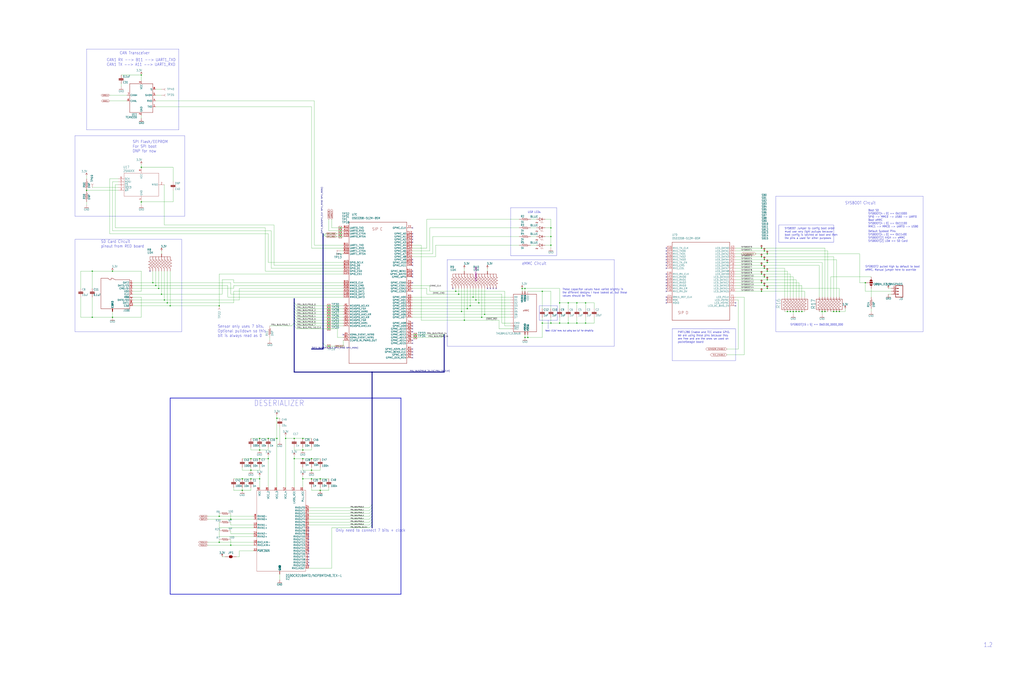
<source format=kicad_sch>
(kicad_sch (version 20250114) (generator "eeschema") (generator_version "9.0")
  (paper "User" 901.7 597.027)
  (lib_symbols
    (symbol "cfc-card-eagle-import:25AAXX"
      (symbol "25AAXX_1_0"
        (pin input line (at -20.32 5.08 0) (length 5.08) (name "SCK") (number "6"))
        (pin input line (at -20.32 2.54 0) (length 5.08) (name "MOSI") (number "5"))
        (pin input line (at -20.32 0 0) (length 5.08) (name "~{CS}") (number "1"))
        (pin input line (at -20.32 -2.54 0) (length 5.08) (name "~{HOLD}") (number "7"))
        (pin input line (at -20.32 -5.08 0) (length 5.08) (name "~{WP}") (number "3"))
        (pin power_in line (at 0 15.24 270) (length 5.08) (name "VCC") (number "8"))
        (pin power_in line (at 0 -15.24 90) (length 5.08) (name "GND") (number "4"))
        (pin output line (at 20.32 0 180) (length 5.08) (name "MISO") (number "2"))
      )
    )
    (symbol "cfc-card-eagle-import:3.3V" (power)
      (symbol "3.3V_1_0"
        (pin power_in line (at 0 -2.54 90) (length 2.54) (name "3.3V") (number "1"))
      )
    )
    (symbol "cfc-card-eagle-import:C-EU0402-C-NOSILK"
      (property "Reference" "C" (at 1.524 0.381 0))
      (symbol "C-EU0402-C-NOSILK_1_0"
        (pin passive line (at 0 2.54 270) (length 2.54) (name "1") (number "1"))
        (pin passive line (at 0 -5.08 90) (length 2.54) (name "2") (number "2"))
      )
    )
    (symbol "cfc-card-eagle-import:C-EU0603-A"
      (property "Reference" "C" (at 1.524 0.381 0))
      (symbol "C-EU0603-A_1_0"
        (pin passive line (at 0 2.54 270) (length 2.54) (name "1") (number "1"))
        (pin passive line (at 0 -5.08 90) (length 2.54) (name "2") (number "2"))
      )
    )
    (symbol "cfc-card-eagle-import:C-EU0603-C-NOSILK"
      (property "Reference" "C" (at 1.524 0.381 0))
      (symbol "C-EU0603-C-NOSILK_1_0"
        (pin passive line (at 0 2.54 270) (length 2.54) (name "1") (number "1"))
        (pin passive line (at 0 -5.08 90) (length 2.54) (name "2") (number "2"))
      )
    )
    (symbol "cfc-card-eagle-import:C-EU0805-B"
      (property "Reference" "C" (at 1.524 0.381 0))
      (symbol "C-EU0805-B_1_0"
        (pin passive line (at 0 2.54 270) (length 2.54) (name "1") (number "1"))
        (pin passive line (at 0 -5.08 90) (length 2.54) (name "2") (number "2"))
      )
    )
    (symbol "cfc-card-eagle-import:CONN_03LONGPADS"
      (property "Reference" "J" (at -2.54 5.588 0))
      (symbol "CONN_03LONGPADS_1_0"
        (pin passive line (at 7.62 2.54 180) (length 5.08) (name "3") (number "3"))
        (pin passive line (at 7.62 0 180) (length 5.08) (name "2") (number "2"))
        (pin passive line (at 7.62 -2.54 180) (length 5.08) (name "1") (number "1"))
      )
    )
    (symbol "cfc-card-eagle-import:DM3BT-DSF-PEJS"
      (property "Reference" "J" (at -12.7 -15.24 0))
      (symbol "DM3BT-DSF-PEJS_1_0"
        (pin bidirectional line (at -15.24 10.16 0) (length 2.54) (name "DAT2") (number "1"))
        (pin bidirectional line (at -15.24 7.62 0) (length 2.54) (name "DAT3/CS") (number "2"))
        (pin bidirectional line (at -15.24 5.08 0) (length 2.54) (name "CMD/DI") (number "3"))
        (pin bidirectional line (at -15.24 2.54 0) (length 2.54) (name "VDD") (number "4"))
        (pin bidirectional line (at -15.24 0 0) (length 2.54) (name "CLK") (number "5"))
        (pin bidirectional line (at -15.24 -2.54 0) (length 2.54) (name "VSS") (number "6"))
        (pin bidirectional line (at -15.24 -2.54 0) (length 2.54) (name "VSS") (number "GND"))
        (pin bidirectional line (at -15.24 -5.08 0) (length 2.54) (name "DAT0/DO") (number "7"))
        (pin bidirectional line (at -15.24 -7.62 0) (length 2.54) (name "DAT1") (number "8"))
        (pin bidirectional line (at -15.24 -10.16 0) (length 2.54) (name "CD#") (number "CD"))
        (pin bidirectional line (at 2.54 -15.24 90) (length 2.54) (name "CGND") (number "CGND1"))
        (pin bidirectional line (at 2.54 -15.24 90) (length 2.54) (name "CGND") (number "CGND2"))
        (pin bidirectional line (at 2.54 -15.24 90) (length 2.54) (name "CGND") (number "CGND3"))
        (pin bidirectional line (at 2.54 -15.24 90) (length 2.54) (name "CGND") (number "CGND4"))
        (pin bidirectional line (at 2.54 -15.24 90) (length 2.54) (name "CGND") (number "CGND5"))
        (pin bidirectional line (at 2.54 -15.24 90) (length 2.54) (name "CGND") (number "CGND6"))
      )
    )
    (symbol "cfc-card-eagle-import:DS90CR218AMTD/NOPBMTD48_TEX-L"
      (symbol "DS90CR218AMTD/NOPBMTD48_TEX-L_1_0"
        (pin input line (at -22.86 12.7 0) (length 2.54) (name "RXIN0-") (number "8"))
        (pin input line (at -22.86 10.16 0) (length 2.54) (name "RXIN0+") (number "9"))
        (pin input line (at -22.86 5.08 0) (length 2.54) (name "RXIN1-") (number "10"))
        (pin input line (at -22.86 2.54 0) (length 2.54) (name "RXIN1+") (number "11"))
        (pin input line (at -22.86 -2.54 0) (length 2.54) (name "RXIN2-") (number "14"))
        (pin input line (at -22.86 -5.08 0) (length 2.54) (name "RXIN2+") (number "15"))
        (pin input line (at -22.86 -10.16 0) (length 2.54) (name "RXCLKIN-") (number "16"))
        (pin input line (at -22.86 -12.7 0) (length 2.54) (name "RXCLKIN+") (number "17"))
        (pin input line (at -22.86 -17.78 0) (length 2.54) (name "~{PWR_DWN}") (number "22"))
        (pin power_in line (at -17.78 38.1 270) (length 2.54) (name "VCC") (number "48"))
        (pin power_in line (at -10.16 38.1 270) (length 2.54) (name "VCC_2") (number "28"))
        (pin power_in line (at -2.54 38.1 270) (length 2.54) (name "VCC_3") (number "36"))
        (pin power_in line (at 0 -38.1 90) (length 2.54) (name "GND") (number "13"))
        (pin power_in line (at 0 -38.1 90) (length 2.54) (name "GND") (number "18"))
        (pin power_in line (at 0 -38.1 90) (length 2.54) (name "GND") (number "19"))
        (pin power_in line (at 0 -38.1 90) (length 2.54) (name "GND") (number "21"))
        (pin power_in line (at 0 -38.1 90) (length 2.54) (name "GND") (number "25"))
        (pin power_in line (at 0 -38.1 90) (length 2.54) (name "GND") (number "3"))
        (pin power_in line (at 0 -38.1 90) (length 2.54) (name "GND") (number "32"))
        (pin power_in line (at 0 -38.1 90) (length 2.54) (name "GND") (number "38"))
        (pin power_in line (at 0 -38.1 90) (length 2.54) (name "GND") (number "44"))
        (pin power_in line (at 0 -38.1 90) (length 2.54) (name "GND") (number "7"))
        (pin power_in line (at 5.08 38.1 270) (length 2.54) (name "VCC_4") (number "42"))
        (pin power_in line (at 12.7 38.1 270) (length 2.54) (name "LVDS_VCC") (number "12"))
        (pin power_in line (at 20.32 38.1 270) (length 2.54) (name "PLL_VCC") (number "20"))
        (pin output line (at 25.4 20.32 180) (length 2.54) (name "RXOUT0") (number "24"))
        (pin output line (at 25.4 17.78 180) (length 2.54) (name "RXOUT1") (number "26"))
        (pin output line (at 25.4 15.24 180) (length 2.54) (name "RXOUT2") (number "27"))
        (pin output line (at 25.4 12.7 180) (length 2.54) (name "RXOUT3") (number "29"))
        (pin output line (at 25.4 10.16 180) (length 2.54) (name "RXOUT4") (number "30"))
        (pin output line (at 25.4 7.62 180) (length 2.54) (name "RXOUT5") (number "31"))
        (pin output line (at 25.4 5.08 180) (length 2.54) (name "RXOUT6") (number "33"))
        (pin output line (at 25.4 2.54 180) (length 2.54) (name "RXOUT7") (number "34"))
        (pin output line (at 25.4 0 180) (length 2.54) (name "RXOUT8") (number "35"))
        (pin output line (at 25.4 -2.54 180) (length 2.54) (name "RXOUT9") (number "37"))
        (pin output line (at 25.4 -5.08 180) (length 2.54) (name "RXOUT10") (number "39"))
        (pin output line (at 25.4 -7.62 180) (length 2.54) (name "RXOUT11") (number "40"))
        (pin output line (at 25.4 -10.16 180) (length 2.54) (name "RXOUT12") (number "41"))
        (pin output line (at 25.4 -12.7 180) (length 2.54) (name "RXOUT13") (number "43"))
        (pin output line (at 25.4 -15.24 180) (length 2.54) (name "RXOUT14") (number "45"))
        (pin output line (at 25.4 -17.78 180) (length 2.54) (name "RXOUT15") (number "46"))
        (pin output line (at 25.4 -20.32 180) (length 2.54) (name "RXOUT16") (number "47"))
        (pin output line (at 25.4 -22.86 180) (length 2.54) (name "RXOUT17") (number "1"))
        (pin output line (at 25.4 -25.4 180) (length 2.54) (name "RXOUT18") (number "2"))
        (pin output line (at 25.4 -27.94 180) (length 2.54) (name "RXOUT19") (number "4"))
        (pin output line (at 25.4 -30.48 180) (length 2.54) (name "RXOUT20") (number "5"))
        (pin output line (at 25.4 -33.02 180) (length 2.54) (name "RXCLKOUT") (number "23"))
      )
    )
    (symbol "cfc-card-eagle-import:EMMC+RESET+5.1-COMPATIBLE-BA"
      (symbol "EMMC+RESET+5.1-COMPATIBLE-BA_1_0"
        (text "eMMC" (at -3.81 0 0) (effects (font (size 1.524 1.2954)) (justify left bottom)))
        (pin power_in line (at -2.54 17.78 270) (length 2.54) (name "VDDI") (number "C2"))
        (pin power_in line (at -2.54 -20.32 90) (length 2.54) (name "VSSQ") (number "C4"))
        (pin power_in line (at -2.54 -20.32 90) (length 2.54) (name "VSSQ") (number "N2"))
        (pin power_in line (at -2.54 -20.32 90) (length 2.54) (name "VSSQ") (number "N5"))
        (pin power_in line (at -2.54 -20.32 90) (length 2.54) (name "VSSQ") (number "P4"))
        (pin power_in line (at -2.54 -20.32 90) (length 2.54) (name "VSSQ") (number "P6"))
        (pin power_in line (at 0 17.78 270) (length 2.54) (name "VDDQ") (number "C6"))
        (pin power_in line (at 0 17.78 270) (length 2.54) (name "VDDQ") (number "M4"))
        (pin power_in line (at 0 17.78 270) (length 2.54) (name "VDDQ") (number "N4"))
        (pin power_in line (at 0 17.78 270) (length 2.54) (name "VDDQ") (number "P3"))
        (pin power_in line (at 0 17.78 270) (length 2.54) (name "VDDQ") (number "P5"))
        (pin power_in line (at 0 -20.32 90) (length 2.54) (name "VSSIO") (number "A6"))
        (pin power_in line (at 0 -20.32 90) (length 2.54) (name "VSSIO") (number "E7"))
        (pin power_in line (at 0 -20.32 90) (length 2.54) (name "VSSIO") (number "G5"))
        (pin power_in line (at 0 -20.32 90) (length 2.54) (name "VSSIO") (number "H10"))
        (pin power_in line (at 0 -20.32 90) (length 2.54) (name "VSSIO") (number "J5"))
        (pin power_in line (at 0 -20.32 90) (length 2.54) (name "VSSIO") (number "K8"))
        (pin power_in line (at 2.54 17.78 270) (length 2.54) (name "VDDIO") (number "E6"))
        (pin power_in line (at 2.54 17.78 270) (length 2.54) (name "VDDIO") (number "F5"))
        (pin power_in line (at 2.54 17.78 270) (length 2.54) (name "VDDIO") (number "J10"))
        (pin power_in line (at 2.54 17.78 270) (length 2.54) (name "VDDIO") (number "K9"))
        (pin input line (at 12.7 12.7 180) (length 2.54) (name "D0") (number "A3"))
        (pin input line (at 12.7 10.16 180) (length 2.54) (name "D1") (number "A4"))
        (pin input line (at 12.7 7.62 180) (length 2.54) (name "D2") (number "A5"))
        (pin input line (at 12.7 5.08 180) (length 2.54) (name "D3") (number "B2"))
        (pin input line (at 12.7 2.54 180) (length 2.54) (name "D4") (number "B3"))
        (pin input line (at 12.7 0 180) (length 2.54) (name "D5") (number "B4"))
        (pin bidirectional line (at 12.7 -2.54 180) (length 2.54) (name "D6") (number "B5"))
        (pin input line (at 12.7 -5.08 180) (length 2.54) (name "D7") (number "B6"))
        (pin input line (at 12.7 -10.16 180) (length 2.54) (name "CMD") (number "M5"))
        (pin input clock (at 12.7 -12.7 180) (length 2.54) (name "SCK") (number "M6"))
        (pin input line (at 12.7 -15.24 180) (length 2.54) (name "~{RST}") (number "K5"))
      )
    )
    (symbol "cfc-card-eagle-import:EXB-2HV103JV"
      (symbol "EXB-2HV103JV_1_0"
        (pin passive line (at 0 0 0) (length 2.54) (name "1") (number "1"))
        (pin passive line (at 0 -2.54 0) (length 2.54) (name "2") (number "2"))
        (pin passive line (at 0 -5.08 0) (length 2.54) (name "3") (number "3"))
        (pin passive line (at 0 -7.62 0) (length 2.54) (name "4") (number "4"))
        (pin passive line (at 0 -10.16 0) (length 2.54) (name "5") (number "5"))
        (pin passive line (at 0 -12.7 0) (length 2.54) (name "6") (number "6"))
        (pin passive line (at 0 -15.24 0) (length 2.54) (name "7") (number "7"))
        (pin passive line (at 0 -17.78 0) (length 2.54) (name "8") (number "8"))
        (pin passive line (at 12.7 0 180) (length 2.54) (name "16") (number "16"))
        (pin passive line (at 12.7 -2.54 180) (length 2.54) (name "15") (number "15"))
        (pin passive line (at 12.7 -5.08 180) (length 2.54) (name "14") (number "14"))
        (pin passive line (at 12.7 -7.62 180) (length 2.54) (name "13") (number "13"))
        (pin passive line (at 12.7 -10.16 180) (length 2.54) (name "12") (number "12"))
        (pin passive line (at 12.7 -12.7 180) (length 2.54) (name "11") (number "11"))
        (pin passive line (at 12.7 -15.24 180) (length 2.54) (name "10") (number "10"))
        (pin passive line (at 12.7 -17.78 180) (length 2.54) (name "9") (number "9"))
      )
    )
    (symbol "cfc-card-eagle-import:EXB-A10P391JC_ARRAY_EXBA-M"
      (property "Reference" "R" (at -17.8308 5.1308 0))
      (symbol "EXB-A10P391JC_ARRAY_EXBA-M_1_0"
        (pin passive line (at -12.7 0 0) (length 2.54) (name "11") (number "1"))
        (pin passive line (at -12.7 -2.54 0) (length 2.54) (name "99") (number "9"))
        (pin passive line (at -12.7 -5.08 0) (length 2.54) (name "22") (number "2"))
        (pin passive line (at -12.7 -7.62 0) (length 2.54) (name "88") (number "8"))
        (pin passive line (at -12.7 -10.16 0) (length 2.54) (name "33") (number "3"))
        (pin passive line (at -12.7 -12.7 0) (length 2.54) (name "77") (number "7"))
        (pin passive line (at -12.7 -15.24 0) (length 2.54) (name "44") (number "4"))
        (pin passive line (at -12.7 -17.78 0) (length 2.54) (name "66") (number "6"))
        (pin passive line (at 2.54 -10.16 180) (length 2.54) (name "55") (number "10"))
        (pin passive line (at 2.54 -10.16 180) (length 2.54) (name "55") (number "5"))
      )
    )
    (symbol "cfc-card-eagle-import:GND" (power)
      (symbol "GND_1_0"
        (pin power_in line (at 0 2.54 270) (length 2.54) (name "GND") (number "1"))
      )
    )
    (symbol "cfc-card-eagle-import:JUMPER-SMT_2_NC_TRACE_SILK"
      (property "Reference" "JP" (at -2.54 2.54 0))
      (symbol "JUMPER-SMT_2_NC_TRACE_SILK_1_0"
        (pin passive line (at -5.08 0 0) (length 2.54) (name "1") (number "1"))
        (pin passive line (at 5.08 0 180) (length 2.54) (name "2") (number "2"))
      )
    )
    (symbol "cfc-card-eagle-import:JUMPER-SMT_3_1-NC_TRACE_SILK"
      (property "Reference" "JP" (at 2.54 0.381 0))
      (symbol "JUMPER-SMT_3_1-NC_TRACE_SILK_1_0"
        (pin passive line (at -5.08 0 0) (length 2.54) (name "2") (number "2"))
        (pin passive line (at 0 5.08 270) (length 2.54) (name "1") (number "1"))
        (pin passive line (at 0 -5.08 90) (length 2.54) (name "3") (number "3"))
      )
    )
    (symbol "cfc-card-eagle-import:LED-BLUE0603"
      (property "Reference" "D" (at -3.429 -4.572 90))
      (symbol "LED-BLUE0603_1_0"
        (pin passive line (at 0 2.54 270) (length 2.54) (name "A") (number "A"))
        (pin passive line (at 0 -5.08 90) (length 2.54) (name "C") (number "C"))
      )
    )
    (symbol "cfc-card-eagle-import:OSD3358-512M-BSM"
      (property "Reference" "U" (at -22.86 27.94 0))
      (symbol "OSD3358-512M-BSM_1_0"
        (text "GND to program EEPROM" (at -25.4 -71.12 0) (effects (font (size 1.27 1.0795)) (justify left bottom)))
        (text "SIP A" (at -20.32 17.78 0) (effects (font (size 2.54 2.159)) (justify left bottom)))
        (text "I2C0" (at -2.54 -60.96 900) (effects (font (size 2.54 2.159)) (justify left bottom)))
        (text "Connect together with pour" (at 5.08 -7.62 900) (effects (font (size 1.27 1.0795)) (justify left bottom)))
        (text "Connect together with pour" (at 5.08 -63.5 900) (effects (font (size 1.27 1.0795)) (justify left bottom)))
        (text "Reset" (at 5.08 -81.28 900) (effects (font (size 2.54 2.159)) (justify left bottom)))
        (text "Connect to either:\nSYS_VDD_1P8V\nSYS_VDD3_3P3V" (at 7.62 -30.48 900) (effects (font (size 1.27 1.0795)) (justify left bottom)))
        (pin power_in line (at -35.56 78.74 0) (length 5.08) (name "VIN_AC@1") (number "P10"))
        (pin power_in line (at -35.56 76.2 0) (length 5.08) (name "VIN_AC@2") (number "R10"))
        (pin power_in line (at -35.56 73.66 0) (length 5.08) (name "VIN_AC@3") (number "T10"))
        (pin power_in line (at -35.56 63.5 0) (length 5.08) (name "VIN_USB@1") (number "P9"))
        (pin power_in line (at -35.56 60.96 0) (length 5.08) (name "VIN_USB@2") (number "R9"))
        (pin power_in line (at -35.56 58.42 0) (length 5.08) (name "VIN_USB@3") (number "T9"))
        (pin power_in line (at -35.56 48.26 0) (length 5.08) (name "VIN_BAT@1") (number "P8"))
        (pin power_in line (at -35.56 45.72 0) (length 5.08) (name "VIN_BAT@2") (number "R8"))
        (pin power_in line (at -35.56 43.18 0) (length 5.08) (name "VIN_BAT@3") (number "T8"))
        (pin bidirectional line (at -35.56 38.1 0) (length 5.08) (name "PMIC_BAT_SENSE") (number "N7"))
        (pin bidirectional line (at -35.56 35.56 0) (length 5.08) (name "PMIC_TS") (number "N6"))
        (pin bidirectional line (at -35.56 5.08 0) (length 5.08) (name "PMIC_NRESET") (number "M13"))
        (pin bidirectional line (at -35.56 -5.08 0) (length 5.08) (name "PMIC_PB_IN") (number "T11"))
        (pin input line (at -35.56 -15.24 0) (length 5.08) (name "PMIC_PWR_EN") (number "N11"))
        (pin output line (at -35.56 -17.78 0) (length 5.08) (name "PMIC_POWER_EN") (number "N10"))
        (pin output line (at -35.56 -22.86 0) (length 5.08) (name "PMIC_LDO_PGOOD") (number "N4"))
        (pin bidirectional line (at -35.56 -25.4 0) (length 5.08) (name "RTC_PWRONRSTN") (number "N5"))
        (pin output line (at -35.56 -30.48 0) (length 5.08) (name "PMIC_NWAKEUP") (number "L4"))
        (pin bidirectional line (at -35.56 -33.02 0) (length 5.08) (name "EXT_WAKEUP") (number "M4"))
        (pin output line (at -35.56 -38.1 0) (length 5.08) (name "PMIC_NINT") (number "E4"))
        (pin bidirectional line (at -35.56 -40.64 0) (length 5.08) (name "EXTINTN") (number "D4"))
        (pin bidirectional line (at -35.56 -50.8 0) (length 5.08) (name "PMIC_SCL") (number "D10"))
        (pin bidirectional line (at -35.56 -53.34 0) (length 5.08) (name "I2C0_SCL") (number "C10"))
        (pin bidirectional line (at -35.56 -60.96 0) (length 5.08) (name "PMIC_SDA") (number "D11"))
        (pin bidirectional line (at -35.56 -63.5 0) (length 5.08) (name "I2C0_SDA") (number "C11"))
        (pin bidirectional line (at -35.56 -73.66 0) (length 5.08) (name "EEPROM_WP") (number "M2"))
        (pin bidirectional line (at -35.56 -83.82 0) (length 5.08) (name "RTC_KALDO_ENN") (number "M16"))
        (pin power_in line (at 35.56 78.74 180) (length 5.08) (name "SYS_VOUT@1") (number "K6"))
        (pin power_in line (at 35.56 76.2 180) (length 5.08) (name "SYS_VOUT@2") (number "K7"))
        (pin power_in line (at 35.56 73.66 180) (length 5.08) (name "SYS_VOUT@3") (number "L6"))
        (pin power_in line (at 35.56 71.12 180) (length 5.08) (name "SYS_VOUT@4") (number "L7"))
        (pin power_in line (at 35.56 60.96 180) (length 5.08) (name "SYS_VDD1_3P3V@1") (number "F6"))
        (pin power_in line (at 35.56 58.42 180) (length 5.08) (name "SYS_VDD1_3P3V@2") (number "F7"))
        (pin power_in line (at 35.56 55.88 180) (length 5.08) (name "SYS_VDD1_3P3V@3") (number "G6"))
        (pin power_in line (at 35.56 53.34 180) (length 5.08) (name "SYS_VDD1_3P3V@4") (number "G7"))
        (pin power_in line (at 35.56 43.18 180) (length 5.08) (name "SYS_VDD2_3P3V@1") (number "F11"))
        (pin power_in line (at 35.56 40.64 180) (length 5.08) (name "SYS_VDD2_3P3V@2") (number "G11"))
        (pin power_in line (at 35.56 30.48 180) (length 5.08) (name "SYS_RTC_1P8V@1") (number "K11"))
        (pin power_in line (at 35.56 27.94 180) (length 5.08) (name "SYS_RTC_1P8V@2") (number "L11"))
        (pin power_in line (at 35.56 12.7 180) (length 5.08) (name "SYS_VDD3_3P3V@1") (number "F8"))
        (pin power_in line (at 35.56 10.16 180) (length 5.08) (name "SYS_VDD3_3P3V@2") (number "G8"))
        (pin power_in line (at 35.56 7.62 180) (length 5.08) (name "SYS_VDD3_3P3V@3") (number "H7"))
        (pin power_in line (at 35.56 5.08 180) (length 5.08) (name "SYS_VDD3_3P3V@4") (number "H8"))
        (pin power_in line (at 35.56 2.54 180) (length 5.08) (name "SYS_VDD3_3P3V@5") (number "J7"))
        (pin power_in line (at 35.56 0 180) (length 5.08) (name "SYS_VDD3_3P3V@6") (number "J8"))
        (pin power_in line (at 35.56 -2.54 180) (length 5.08) (name "SYS_VDD3_3P3V@7") (number "K8"))
        (pin power_in line (at 35.56 -5.08 180) (length 5.08) (name "SYS_VDD3_3P3V@8") (number "L8"))
        (pin power_in line (at 35.56 -15.24 180) (length 5.08) (name "VDDSHV1") (number "J9"))
        (pin power_in line (at 35.56 -17.78 180) (length 5.08) (name "VDDSHV2") (number "K9"))
        (pin power_in line (at 35.56 -20.32 180) (length 5.08) (name "VDDSHV3") (number "L9"))
        (pin power_in line (at 35.56 -22.86 180) (length 5.08) (name "VDDSHV4") (number "F9"))
        (pin power_in line (at 35.56 -25.4 180) (length 5.08) (name "VDDSHV5") (number "G9"))
        (pin power_in line (at 35.56 -27.94 180) (length 5.08) (name "VDDSHV6") (number "H9"))
        (pin power_in line (at 35.56 -38.1 180) (length 5.08) (name "SYS_VDD_1P8V@1") (number "F10"))
        (pin power_in line (at 35.56 -40.64 180) (length 5.08) (name "SYS_VDD_1P8V@2") (number "G10"))
        (pin power_in line (at 35.56 -43.18 180) (length 5.08) (name "SYS_VDD_1P8V@3") (number "H10"))
        (pin power_in line (at 35.56 -45.72 180) (length 5.08) (name "SYS_VDD_1P8V@4") (number "H11"))
        (pin power_in line (at 35.56 -48.26 180) (length 5.08) (name "SYS_VDD_1P8V@5") (number "J10"))
        (pin power_in line (at 35.56 -50.8 180) (length 5.08) (name "SYS_VDD_1P8V@6") (number "J11"))
        (pin power_in line (at 35.56 -53.34 180) (length 5.08) (name "SYS_VDD_1P8V@7") (number "K10"))
        (pin power_in line (at 35.56 -55.88 180) (length 5.08) (name "SYS_VDD_1P8V@8") (number "L10"))
        (pin output line (at 35.56 -71.12 180) (length 5.08) (name "PMIC_PGOOD") (number "N12"))
        (pin bidirectional line (at 35.56 -73.66 180) (length 5.08) (name "PWRONRSTN") (number "P11"))
        (pin bidirectional line (at 35.56 -83.82 180) (length 5.08) (name "WARMRSTN") (number "R11"))
      )
      (symbol "OSD3358-512M-BSM_2_0"
        (text "SIP B" (at -5.08 53.34 0) (effects (font (size 2.54 2.159)) (justify left bottom)))
        (text "XTAL" (at -2.54 30.48 900) (effects (font (size 2.54 2.159)) (justify left bottom)))
        (text "RTC" (at -2.54 0 900) (effects (font (size 2.54 2.159)) (justify left bottom)))
        (text "JTAG" (at -2.54 -25.4 900) (effects (font (size 2.54 2.159)) (justify left bottom)))
        (text "USB0" (at -2.54 -53.34 900) (effects (font (size 2.54 2.159)) (justify left bottom)))
        (text "Analog\nPwr and Gnd" (at 2.54 22.86 0) (effects (font (size 2.54 2.159)) (justify left bottom)))
        (text "Analog Inputs" (at 5.08 -30.48 900) (effects (font (size 2.54 2.159)) (justify left bottom)))
        (text "USB1" (at 5.08 -53.34 900) (effects (font (size 2.54 2.159)) (justify left bottom)))
        (pin bidirectional line (at -30.48 43.18 0) (length 5.08) (name "OSC0_IN") (number "P16"))
        (pin bidirectional line (at -30.48 27.94 0) (length 5.08) (name "OSC0_OUT") (number "N16"))
        (pin bidirectional line (at -30.48 22.86 0) (length 5.08) (name "OSC0_GND") (number "N15"))
        (pin bidirectional line (at -30.48 12.7 0) (length 5.08) (name "OSC1_IN") (number "A6"))
        (pin bidirectional line (at -30.48 -2.54 0) (length 5.08) (name "OSC1_OUT") (number "A5"))
        (pin bidirectional line (at -30.48 -7.62 0) (length 5.08) (name "OSC1_GND") (number "B5"))
        (pin bidirectional line (at -30.48 -17.78 0) (length 5.08) (name "TDI") (number "C1"))
        (pin bidirectional line (at -30.48 -20.32 0) (length 5.08) (name "TDO") (number "C2"))
        (pin bidirectional line (at -30.48 -22.86 0) (length 5.08) (name "TCK") (number "D1"))
        (pin bidirectional line (at -30.48 -25.4 0) (length 5.08) (name "TMS") (number "D2"))
        (pin bidirectional line (at -30.48 -27.94 0) (length 5.08) (name "TRSTN") (number "D3"))
        (pin bidirectional line (at -30.48 -30.48 0) (length 5.08) (name "EMU0") (number "E2"))
        (pin bidirectional line (at -30.48 -33.02 0) (length 5.08) (name "EMU1") (number "E3"))
        (pin bidirectional line (at -30.48 -43.18 0) (length 5.08) (name "USB0_VBUS") (number "J16"))
        (pin bidirectional line (at -30.48 -45.72 0) (length 5.08) (name "USB0_DM") (number "K16"))
        (pin bidirectional line (at -30.48 -48.26 0) (length 5.08) (name "USB0_DP") (number "K15"))
        (pin bidirectional line (at -30.48 -50.8 0) (length 5.08) (name "USB0_ID") (number "K14"))
        (pin bidirectional line (at -30.48 -53.34 0) (length 5.08) (name "USB0_CE") (number "K13"))
        (pin bidirectional line (at -30.48 -55.88 0) (length 5.08) (name "USB0_DRVVBUS") (number "J15"))
        (pin bidirectional line (at 30.48 45.72 180) (length 5.08) (name "SYS_ADC_1P8V") (number "A7"))
        (pin bidirectional line (at 30.48 35.56 180) (length 5.08) (name "VREFP") (number "B7"))
        (pin bidirectional line (at 30.48 15.24 180) (length 5.08) (name "AGND_ADC") (number "A9"))
        (pin bidirectional line (at 30.48 5.08 180) (length 5.08) (name "VREFN") (number "B9"))
        (pin bidirectional line (at 30.48 -5.08 180) (length 5.08) (name "AIN0") (number "A8"))
        (pin bidirectional line (at 30.48 -7.62 180) (length 5.08) (name "AIN1") (number "B8"))
        (pin bidirectional line (at 30.48 -10.16 180) (length 5.08) (name "AIN2") (number "B6"))
        (pin bidirectional line (at 30.48 -12.7 180) (length 5.08) (name "AIN3") (number "C6"))
        (pin bidirectional line (at 30.48 -15.24 180) (length 5.08) (name "AIN4") (number "C7"))
        (pin bidirectional line (at 30.48 -17.78 180) (length 5.08) (name "AIN5") (number "C8"))
        (pin bidirectional line (at 30.48 -20.32 180) (length 5.08) (name "AIN6") (number "C9"))
        (pin bidirectional line (at 30.48 -22.86 180) (length 5.08) (name "AIN7") (number "D7"))
        (pin bidirectional line (at 30.48 -27.94 180) (length 5.08) (name "PMIC_MUX_OUT") (number "D6"))
        (pin bidirectional line (at 30.48 -33.02 180) (length 5.08) (name "PMIC_MUX_IN") (number "N13"))
        (pin bidirectional line (at 30.48 -43.18 180) (length 5.08) (name "USB1_VBUS") (number "M15"))
        (pin bidirectional line (at 30.48 -45.72 180) (length 5.08) (name "USB1_DM") (number "L16"))
        (pin bidirectional line (at 30.48 -48.26 180) (length 5.08) (name "USB1_DP") (number "L15"))
        (pin bidirectional line (at 30.48 -50.8 180) (length 5.08) (name "USB1_ID") (number "L14"))
        (pin bidirectional line (at 30.48 -53.34 180) (length 5.08) (name "USB1_CE") (number "L13"))
        (pin bidirectional line (at 30.48 -55.88 180) (length 5.08) (name "USB1_DRVVBUS") (number "M14"))
      )
      (symbol "OSD3358-512M-BSM_3_0"
        (text "SIP C" (at -5.08 53.34 0) (effects (font (size 2.54 2.159)) (justify left bottom)))
        (pin bidirectional line (at -30.48 55.88 0) (length 5.08) (name "UART0_TXD") (number "B12"))
        (pin bidirectional line (at -30.48 53.34 0) (length 5.08) (name "UART0_RXD") (number "A12"))
        (pin bidirectional line (at -30.48 50.8 0) (length 5.08) (name "UART0_CTSN") (number "C12"))
        (pin bidirectional line (at -30.48 48.26 0) (length 5.08) (name "UART0_RTSN") (number "C13"))
        (pin bidirectional line (at -30.48 40.64 0) (length 5.08) (name "UART1_TXD") (number "B11"))
        (pin bidirectional line (at -30.48 38.1 0) (length 5.08) (name "UART1_RXD") (number "A11"))
        (pin bidirectional line (at -30.48 35.56 0) (length 5.08) (name "UART1_CTSN") (number "B10"))
        (pin bidirectional line (at -30.48 33.02 0) (length 5.08) (name "UART1_RTSN") (number "A10"))
        (pin bidirectional line (at -30.48 25.4 0) (length 5.08) (name "SPI0_SCLK") (number "A13"))
        (pin bidirectional line (at -30.48 22.86 0) (length 5.08) (name "SPI0_D0") (number "B13"))
        (pin bidirectional line (at -30.48 20.32 0) (length 5.08) (name "SPI0_D1") (number "B14"))
        (pin bidirectional line (at -30.48 17.78 0) (length 5.08) (name "SPI0_CS0") (number "A14"))
        (pin bidirectional line (at -30.48 15.24 0) (length 5.08) (name "SPI0_CS1") (number "C14"))
        (pin bidirectional line (at -30.48 7.62 0) (length 5.08) (name "MMC0_CLK") (number "B15"))
        (pin bidirectional line (at -30.48 5.08 0) (length 5.08) (name "MMC0_CMD") (number "B16"))
        (pin bidirectional line (at -30.48 2.54 0) (length 5.08) (name "MMC0_DAT0") (number "A16"))
        (pin bidirectional line (at -30.48 0 0) (length 5.08) (name "MMC0_DAT1") (number "A15"))
        (pin bidirectional line (at -30.48 -2.54 0) (length 5.08) (name "MMC0_DAT2") (number "C16"))
        (pin bidirectional line (at -30.48 -5.08 0) (length 5.08) (name "MMC0_DAT3") (number "C15"))
        (pin bidirectional line (at -30.48 -12.7 0) (length 5.08) (name "MCASP0_ACLKX") (number "A1"))
        (pin bidirectional line (at -30.48 -15.24 0) (length 5.08) (name "MCASP0_FSX") (number "A2"))
        (pin bidirectional line (at -30.48 -17.78 0) (length 5.08) (name "MCASP0_AXR0") (number "B2"))
        (pin bidirectional line (at -30.48 -20.32 0) (length 5.08) (name "MCASP0_AHCLKR") (number "B1"))
        (pin bidirectional line (at -30.48 -22.86 0) (length 5.08) (name "MCASP0_ACLKR") (number "A3"))
        (pin bidirectional line (at -30.48 -25.4 0) (length 5.08) (name "MCASP0_FSR") (number "B3"))
        (pin bidirectional line (at -30.48 -27.94 0) (length 5.08) (name "MCASP0_AXR1") (number "C3"))
        (pin bidirectional line (at -30.48 -30.48 0) (length 5.08) (name "MCASP0_AHCLKX") (number "C4"))
        (pin bidirectional line (at -30.48 -38.1 0) (length 5.08) (name "XDMA_EVENT_INTR0") (number "A4"))
        (pin bidirectional line (at -30.48 -40.64 0) (length 5.08) (name "XDMA_EVENT_INTR1") (number "B4"))
        (pin bidirectional line (at -30.48 -43.18 0) (length 5.08) (name "ECAP0_IN_PWM0_OUT") (number "C5"))
        (pin bidirectional line (at 30.48 55.88 180) (length 5.08) (name "GPMC_CLK") (number "T7"))
        (pin bidirectional line (at 30.48 50.8 180) (length 5.08) (name "GPMC_A0") (number "T12"))
        (pin bidirectional line (at 30.48 48.26 180) (length 5.08) (name "GPMC_A1") (number "R12"))
        (pin bidirectional line (at 30.48 45.72 180) (length 5.08) (name "GPMC_A2") (number "P12"))
        (pin bidirectional line (at 30.48 43.18 180) (length 5.08) (name "GPMC_A3") (number "T13"))
        (pin bidirectional line (at 30.48 40.64 180) (length 5.08) (name "GPMC_A4") (number "R13"))
        (pin bidirectional line (at 30.48 38.1 180) (length 5.08) (name "GPMC_A5") (number "P13"))
        (pin bidirectional line (at 30.48 35.56 180) (length 5.08) (name "GPMC_A6") (number "T14"))
        (pin bidirectional line (at 30.48 33.02 180) (length 5.08) (name "GPMC_A7") (number "R14"))
        (pin bidirectional line (at 30.48 30.48 180) (length 5.08) (name "GPMC_A8") (number "P14"))
        (pin bidirectional line (at 30.48 27.94 180) (length 5.08) (name "GPMC_A9") (number "T15"))
        (pin bidirectional line (at 30.48 25.4 180) (length 5.08) (name "GPMC_A10") (number "R15"))
        (pin bidirectional line (at 30.48 22.86 180) (length 5.08) (name "GPMC_A11") (number "T16"))
        (pin bidirectional line (at 30.48 17.78 180) (length 5.08) (name "GPMC_BEN1") (number "N14"))
        (pin bidirectional line (at 30.48 15.24 180) (length 5.08) (name "GPMC_WAIT0") (number "P15"))
        (pin bidirectional line (at 30.48 12.7 180) (length 5.08) (name "GPMC_WPN") (number "R16"))
        (pin bidirectional line (at 30.48 7.62 180) (length 5.08) (name "GPMC_CSN0") (number "P3"))
        (pin bidirectional line (at 30.48 5.08 180) (length 5.08) (name "GPMC_CSN1") (number "P2"))
        (pin bidirectional line (at 30.48 2.54 180) (length 5.08) (name "GPMC_CSN2") (number "P1"))
        (pin bidirectional line (at 30.48 0 180) (length 5.08) (name "GPMC_CSN3") (number "R7"))
        (pin bidirectional line (at 30.48 -5.08 180) (length 5.08) (name "GPMC_AD0") (number "R3"))
        (pin bidirectional line (at 30.48 -7.62 180) (length 5.08) (name "GPMC_AD1") (number "R2"))
        (pin bidirectional line (at 30.48 -10.16 180) (length 5.08) (name "GPMC_AD2") (number "R1"))
        (pin bidirectional line (at 30.48 -12.7 180) (length 5.08) (name "GPMC_AD3") (number "T3"))
        (pin bidirectional line (at 30.48 -15.24 180) (length 5.08) (name "GPMC_AD4") (number "T2"))
        (pin bidirectional line (at 30.48 -17.78 180) (length 5.08) (name "GPMC_AD5") (number "T1"))
        (pin bidirectional line (at 30.48 -20.32 180) (length 5.08) (name "GPMC_AD6") (number "P4"))
        (pin bidirectional line (at 30.48 -22.86 180) (length 5.08) (name "GPMC_AD7") (number "R4"))
        (pin bidirectional line (at 30.48 -27.94 180) (length 5.08) (name "GPMC_AD8") (number "T4"))
        (pin bidirectional line (at 30.48 -30.48 180) (length 5.08) (name "GPMC_AD9") (number "P5"))
        (pin bidirectional line (at 30.48 -33.02 180) (length 5.08) (name "GPMC_AD10") (number "R5"))
        (pin bidirectional line (at 30.48 -35.56 180) (length 5.08) (name "GPMC_AD11") (number "T5"))
        (pin bidirectional line (at 30.48 -38.1 180) (length 5.08) (name "GPMC_AD12") (number "P6"))
        (pin bidirectional line (at 30.48 -40.64 180) (length 5.08) (name "GPMC_AD13") (number "R6"))
        (pin bidirectional line (at 30.48 -43.18 180) (length 5.08) (name "GPMC_AD14") (number "T6"))
        (pin bidirectional line (at 30.48 -45.72 180) (length 5.08) (name "GPMC_AD15") (number "P7"))
        (pin bidirectional line (at 30.48 -50.8 180) (length 5.08) (name "GPMC_ADVN_ALE") (number "M1"))
        (pin bidirectional line (at 30.48 -53.34 180) (length 5.08) (name "GPMC_BEN0_CLE") (number "N3"))
        (pin bidirectional line (at 30.48 -55.88 180) (length 5.08) (name "GPMC_WEN") (number "N2"))
        (pin bidirectional line (at 30.48 -58.42 180) (length 5.08) (name "GPMC_OEN_REN") (number "N1"))
      )
      (symbol "OSD3358-512M-BSM_4_0"
        (text "SIP D" (at -20.32 -30.48 0) (effects (font (size 2.54 2.159)) (justify left bottom)))
        (pin bidirectional line (at -30.48 27.94 0) (length 5.08) (name "MII1_TX_CLK") (number "H16"))
        (pin bidirectional line (at -30.48 25.4 0) (length 5.08) (name "MII1_TXD0") (number "H15"))
        (pin bidirectional line (at -30.48 22.86 0) (length 5.08) (name "MII1_TXD1") (number "H14"))
        (pin bidirectional line (at -30.48 20.32 0) (length 5.08) (name "MII1_TXD2") (number "G16"))
        (pin bidirectional line (at -30.48 17.78 0) (length 5.08) (name "MII1_TXD3") (number "G15"))
        (pin bidirectional line (at -30.48 15.24 0) (length 5.08) (name "MII1_TX_EN") (number "G14"))
        (pin bidirectional line (at -30.48 12.7 0) (length 5.08) (name "MII1_CRS") (number "F14"))
        (pin bidirectional line (at -30.48 10.16 0) (length 5.08) (name "MII1_COL") (number "F15"))
        (pin bidirectional line (at -30.48 5.08 0) (length 5.08) (name "MII1_RX_CLK") (number "E16"))
        (pin bidirectional line (at -30.48 2.54 0) (length 5.08) (name "MII1_RXD0") (number "E14"))
        (pin bidirectional line (at -30.48 0 0) (length 5.08) (name "MII1_RXD1") (number "D16"))
        (pin bidirectional line (at -30.48 -2.54 0) (length 5.08) (name "MII1_RXD2") (number "D15"))
        (pin bidirectional line (at -30.48 -5.08 0) (length 5.08) (name "MII1_RXD3") (number "D14"))
        (pin bidirectional line (at -30.48 -7.62 0) (length 5.08) (name "MII1_RX_ER") (number "E15"))
        (pin bidirectional line (at -30.48 -10.16 0) (length 5.08) (name "MII1_RX_DV") (number "F16"))
        (pin bidirectional line (at -30.48 -15.24 0) (length 5.08) (name "RMII1_REF_CLK") (number "J14"))
        (pin bidirectional line (at -30.48 -17.78 0) (length 5.08) (name "MDC") (number "D13"))
        (pin bidirectional line (at -30.48 -20.32 0) (length 5.08) (name "MDIO") (number "E13"))
        (pin bidirectional line (at 30.48 27.94 180) (length 5.08) (name "LCD_DATA0") (number "G3"))
        (pin bidirectional line (at 30.48 25.4 180) (length 5.08) (name "LCD_DATA1") (number "G2"))
        (pin bidirectional line (at 30.48 22.86 180) (length 5.08) (name "LCD_DATA2") (number "G1"))
        (pin bidirectional line (at 30.48 20.32 180) (length 5.08) (name "LCD_DATA3") (number "H3"))
        (pin bidirectional line (at 30.48 17.78 180) (length 5.08) (name "LCD_DATA4") (number "H2"))
        (pin bidirectional line (at 30.48 15.24 180) (length 5.08) (name "LCD_DATA5") (number "H1"))
        (pin bidirectional line (at 30.48 12.7 180) (length 5.08) (name "LCD_DATA6") (number "J3"))
        (pin bidirectional line (at 30.48 10.16 180) (length 5.08) (name "LCD_DATA7") (number "J2"))
        (pin bidirectional line (at 30.48 7.62 180) (length 5.08) (name "LCD_DATA8") (number "J1"))
        (pin bidirectional line (at 30.48 5.08 180) (length 5.08) (name "LCD_DATA9") (number "K3"))
        (pin bidirectional line (at 30.48 2.54 180) (length 5.08) (name "LCD_DATA10") (number "K2"))
        (pin bidirectional line (at 30.48 0 180) (length 5.08) (name "LCD_DATA11") (number "K1"))
        (pin bidirectional line (at 30.48 -2.54 180) (length 5.08) (name "LCD_DATA12") (number "L3"))
        (pin bidirectional line (at 30.48 -5.08 180) (length 5.08) (name "LCD_DATA13") (number "L2"))
        (pin bidirectional line (at 30.48 -7.62 180) (length 5.08) (name "LCD_DATA14") (number "L1"))
        (pin bidirectional line (at 30.48 -10.16 180) (length 5.08) (name "LCD_DATA15") (number "M3"))
        (pin bidirectional line (at 30.48 -15.24 180) (length 5.08) (name "LCD_PCLK") (number "F1"))
        (pin bidirectional line (at 30.48 -17.78 180) (length 5.08) (name "LCD_VSYNC") (number "F3"))
        (pin bidirectional line (at 30.48 -20.32 180) (length 5.08) (name "LCD_HSYNC") (number "F2"))
        (pin bidirectional line (at 30.48 -22.86 180) (length 5.08) (name "LCD_AC_BIAS_EN") (number "E1"))
      )
      (symbol "OSD3358-512M-BSM_5_0"
        (text "NOTE:  Can use pours\nto connect DGND pads\ninstead of a via per\npad." (at -12.7 -27.94 0) (effects (font (size 1.27 1.0795)) (justify left bottom)))
        (text "SIP E" (at 0 20.32 0) (effects (font (size 2.54 2.159)) (justify bottom)))
        (pin bidirectional line (at -30.48 25.4 0) (length 5.08) (name "DGND@1") (number "D8"))
        (pin bidirectional line (at -30.48 22.86 0) (length 5.08) (name "DGND@2") (number "D9"))
        (pin bidirectional line (at -30.48 17.78 0) (length 5.08) (name "DGND@3") (number "E5"))
        (pin bidirectional line (at -30.48 15.24 0) (length 5.08) (name "DGND@4") (number "E6"))
        (pin bidirectional line (at -30.48 12.7 0) (length 5.08) (name "DGND@5") (number "E7"))
        (pin bidirectional line (at -30.48 10.16 0) (length 5.08) (name "DGND@6") (number "E8"))
        (pin bidirectional line (at -30.48 7.62 0) (length 5.08) (name "DGND@7") (number "E9"))
        (pin bidirectional line (at -30.48 5.08 0) (length 5.08) (name "DGND@8") (number "E10"))
        (pin bidirectional line (at -30.48 2.54 0) (length 5.08) (name "DGND@9") (number "E11"))
        (pin bidirectional line (at -30.48 0 0) (length 5.08) (name "DGND@10") (number "E12"))
        (pin bidirectional line (at -30.48 -5.08 0) (length 5.08) (name "DGND@11") (number "F5"))
        (pin bidirectional line (at -30.48 -7.62 0) (length 5.08) (name "DGND@12") (number "F12"))
        (pin bidirectional line (at -30.48 -12.7 0) (length 5.08) (name "DGND@13") (number "G5"))
        (pin bidirectional line (at -30.48 -15.24 0) (length 5.08) (name "DGND@14") (number "G12"))
        (pin bidirectional line (at -30.48 -20.32 0) (length 5.08) (name "DGND@15") (number "H4"))
        (pin bidirectional line (at -30.48 -22.86 0) (length 5.08) (name "DGND@16") (number "H5"))
        (pin bidirectional line (at -30.48 -25.4 0) (length 5.08) (name "DGND@17") (number "H12"))
        (pin bidirectional line (at -30.48 -27.94 0) (length 5.08) (name "DGND@18") (number "H13"))
        (pin bidirectional line (at 30.48 25.4 180) (length 5.08) (name "DGND@19") (number "J4"))
        (pin bidirectional line (at 30.48 22.86 180) (length 5.08) (name "DGND@20") (number "J5"))
        (pin bidirectional line (at 30.48 20.32 180) (length 5.08) (name "DGND@21") (number "J12"))
        (pin bidirectional line (at 30.48 17.78 180) (length 5.08) (name "DGND@22") (number "J13"))
        (pin bidirectional line (at 30.48 12.7 180) (length 5.08) (name "DGND@23") (number "K5"))
        (pin bidirectional line (at 30.48 10.16 180) (length 5.08) (name "DGND@24") (number "K12"))
        (pin bidirectional line (at 30.48 5.08 180) (length 5.08) (name "DGND@25") (number "L5"))
        (pin bidirectional line (at 30.48 2.54 180) (length 5.08) (name "DGND@26") (number "L12"))
        (pin bidirectional line (at 30.48 -2.54 180) (length 5.08) (name "DGND@27") (number "M5"))
        (pin bidirectional line (at 30.48 -5.08 180) (length 5.08) (name "DGND@28") (number "M6"))
        (pin bidirectional line (at 30.48 -7.62 180) (length 5.08) (name "DGND@29") (number "M7"))
        (pin bidirectional line (at 30.48 -10.16 180) (length 5.08) (name "DGND@30") (number "M8"))
        (pin bidirectional line (at 30.48 -12.7 180) (length 5.08) (name "DGND@31") (number "M9"))
        (pin bidirectional line (at 30.48 -15.24 180) (length 5.08) (name "DGND@32") (number "M10"))
        (pin bidirectional line (at 30.48 -17.78 180) (length 5.08) (name "DGND@33") (number "M11"))
        (pin bidirectional line (at 30.48 -20.32 180) (length 5.08) (name "DGND@34") (number "M12"))
        (pin bidirectional line (at 30.48 -25.4 180) (length 5.08) (name "DGND@35") (number "N8"))
        (pin bidirectional line (at 30.48 -27.94 180) (length 5.08) (name "DGND@36") (number "N9"))
      )
      (symbol "OSD3358-512M-BSM_6_0"
        (text "Do Not Connect" (at -10.16 -15.24 0) (effects (font (size 1.778 1.5113)) (justify left)))
        (text "Do Not Use\nTest Point per\npower rail\nrecommended" (at -2.54 2.54 0) (effects (font (size 1.778 1.5113)) (justify left bottom)))
        (text "SIP F" (at 15.24 20.32 0) (effects (font (size 2.54 2.159)) (justify bottom)))
        (pin bidirectional line (at -27.94 20.32 0) (length 5.08) (name "VDDS_DDR") (number "F4"))
        (pin bidirectional line (at -27.94 15.24 0) (length 5.08) (name "VDD_CORE") (number "G4"))
        (pin bidirectional line (at -27.94 10.16 0) (length 5.08) (name "VDD_MPU") (number "F13"))
        (pin bidirectional line (at -27.94 5.08 0) (length 5.08) (name "VDDS_PLL") (number "G13"))
        (pin bidirectional line (at -27.94 -5.08 0) (length 5.08) (name "CAP_VDD_RTC") (number "D5"))
        (pin bidirectional line (at -27.94 -10.16 0) (length 5.08) (name "VPP") (number "H6"))
        (pin bidirectional line (at 27.94 -5.08 180) (length 5.08) (name "NC@1") (number "D12"))
        (pin bidirectional line (at 27.94 -7.62 180) (length 5.08) (name "NC@2") (number "J6"))
        (pin bidirectional line (at 27.94 -10.16 180) (length 5.08) (name "NC@3") (number "K4"))
      )
    )
    (symbol "cfc-card-eagle-import:R-US_0402-C-NOSILK"
      (property "Reference" "R" (at -3.81 1.4986 0))
      (symbol "R-US_0402-C-NOSILK_1_0"
        (pin passive line (at -5.08 0 0) (length 2.54) (name "1") (number "1"))
        (pin passive line (at 5.08 0 180) (length 2.54) (name "2") (number "2"))
      )
    )
    (symbol "cfc-card-eagle-import:R-US_0603-A"
      (property "Reference" "R" (at -3.81 1.4986 0))
      (symbol "R-US_0603-A_1_0"
        (pin passive line (at -5.08 0 0) (length 2.54) (name "1") (number "1"))
        (pin passive line (at 5.08 0 180) (length 2.54) (name "2") (number "2"))
      )
    )
    (symbol "cfc-card-eagle-import:TCAN330"
      (property "Reference" "U" (at 7.62 -17.78 0))
      (symbol "TCAN330_1_0"
        (pin input line (at -12.7 7.62 0) (length 2.54) (name "S") (number "8"))
        (pin input line (at -12.7 2.54 0) (length 2.54) (name "SHDN") (number "5"))
        (pin output line (at -12.7 -2.54 0) (length 2.54) (name "RXD") (number "4"))
        (pin input line (at -12.7 -7.62 0) (length 2.54) (name "TXD") (number "1"))
        (pin power_in line (at 0 15.24 270) (length 2.54) (name "VCC") (number "3"))
        (pin power_in line (at 0 -15.24 90) (length 2.54) (name "GND") (number "2"))
        (pin bidirectional line (at 12.7 2.54 180) (length 2.54) (name "CANH") (number "7"))
        (pin bidirectional line (at 12.7 -2.54 180) (length 2.54) (name "CANL") (number "6"))
      )
    )
    (symbol "cfc-card-eagle-import:TEST-POINT"
      (property "Reference" "TP" (at -5.08 2.54 0))
      (symbol "TEST-POINT_1_0"
        (pin passive line (at 0 0 0) (length 0) (name "1") (number "1"))
      )
    )
    (symbol "cfc-card-eagle-import:TEST-POINT-SMALL"
      (property "Reference" "TP" (at -2.54 2.54 0))
      (symbol "TEST-POINT-SMALL_1_0"
        (pin input line (at 0 -2.54 90) (length 2.54) (name "TP") (number "TP"))
      )
    )
    (symbol "cfc-card-eagle-import:TEST-POINT3X4"
      (symbol "TEST-POINT3X4_1_0"
        (pin bidirectional line (at 0 0 180) (length 0) (name "1") (number "P$1"))
      )
    )
    (symbol "cfc-card-eagle-import:oresat-supplies_GND" (power)
      (symbol "oresat-supplies_GND_1_0"
        (pin power_in line (at 0 2.54 270) (length 2.54) (name "GND") (number "1"))
      )
    )
    (symbol "cfc-card-eagle-import:supply1_371_GND" (power)
      (symbol "supply1_371_GND_1_0"
        (pin power_in line (at 0 2.54 270) (length 2.54) (name "GND") (number "1"))
      )
    )
  )
  (text "USR LEDs" (at 464.82 187.96 0) (effects (font (size 1.778 1.5113)) (justify left bottom)))
  (text "SYSBOOT2 pulled high by default to boot\neMMC. Manual jumper here to override" (at 762 238.76 0) (effects (font (size 1.778 1.5113)) (justify left bottom)))
  (text "Default Sysboot Pins\nSYSBOOT[4 : 0] == 0b11x00\nSYSBOOT[2] HIGH == eMMC\nSYSBOOT[2] LOW == SD Card" (at 764.54 213.36 0) (effects (font (size 1.778 1.5113)) (justify left bottom)))
  (text "Sensor only uses 7 bits.\nOptional pulldown so this\nbit is always read as 0" (at 191.77 297.18 0) (effects (font (size 2.54 2.159)) (justify left bottom)))
  (text "SYSBOOT[15 : 5] == 0b0100_0000_000" (at 695.96 287.02 0) (effects (font (size 1.778 1.5113)) (justify left bottom)))
  (text "DESERIALIZER" (at 223.52 358.14 0) (effects (font (size 5.08 4.318)) (justify left bottom)))
  (text "Need ~2.2uF here, but using two 1uF for simplicity" (at 480.06 292.1 0) (effects (font (size 1.27 1.0795)) (justify left bottom)))
  (text "PIRT1280 Enable and TEC enable GPIO.\nWe are using these pins because they\nare free and are the ones we used on\npocketbeagle board" (at 596.9 302.26 0) (effects (font (size 1.778 1.5113)) (justify left bottom)))
  (text "SYSBOOT Jumper to config boot order\nmust use very light pullups because\nboot config is latched at boot and then\nthe pins a used for other purposes" (at 690.88 210.82 0) (effects (font (size 1.778 1.5113)) (justify left bottom)))
  (text "SD Card Circuit\npinout from RED board" (at 88.9 218.44 0) (effects (font (size 2.54 2.159)) (justify left bottom)))
  (text "SYSBOOT Circuit" (at 744.22 180.34 0) (effects (font (size 2.54 2.159)) (justify left bottom)))
  (text "Boot SD\nSYSBOOT[4 : 0] == 0b11000\nSPI0 -> MMC0 -> USB0 -> UART0\nBoot eMMC\nSYSBOOT[4 : 0] == 0b11100\nMMC1 -> MMC0 -> UART0 -> USB0" (at 764.54 200.66 0) (effects (font (size 1.778 1.5113)) (justify left bottom)))
  (text "1.2" (at 866.14 570.23 0) (effects (font (size 3.81 3.2385)) (justify left bottom)))
  (text "These capacitor values have varied slightly in\nthe different designs I have looked at, but these\nvalues should be fine" (at 495.3 261.62 0) (effects (font (size 1.778 1.5113)) (justify left bottom)))
  (text "SPI Flash/EEPROM\nFor SPI boot\nDNP for now" (at 116.84 134.62 0) (effects (font (size 2.54 2.159)) (justify left bottom)))
  (text "CAN Transceiver" (at 105.41 48.26 0) (effects (font (size 2.54 2.159)) (justify left bottom)))
  (text "CAN1 RX --> B11 --> UART1_TXD\nCAN1 TX --> A11 --> UART1_RXD" (at 93.98 58.42 0) (effects (font (size 2.54 2.159)) (justify left bottom)))
  (text "eMMC Circuit" (at 459.74 233.68 0) (effects (font (size 2.54 2.159)) (justify left bottom)))
  (text "Only need to connect 7 bits + clock" (at 295.656 468.63 0) (effects (font (size 2.54 2.159)) (justify left bottom)))
  (junction (at 266.7 421.64))
  (junction (at 203.2 457.2))
  (junction (at 327.66 327.66))
  (junction (at 675.64 246.38))
  (junction (at 147.32 266.7))
  (junction (at 124.46 147.32))
  (junction (at 464.82 297.18))
  (junction (at 266.7 386.08))
  (junction (at 670.56 233.68))
  (junction (at 421.64 266.7))
  (junction (at 411.48 271.78))
  (junction (at 670.56 248.92))
  (junction (at 289.56 304.8))
  (junction (at 213.36 431.8))
  (junction (at 703.58 274.32))
  (junction (at 739.14 274.32))
  (junction (at 462.28 297.18))
  (junction (at 673.1 243.84))
  (junction (at 500.38 284.48))
  (junction (at 220.98 403.86))
  (junction (at 193.04 269.24))
  (junction (at 492.76 284.48))
  (junction (at 673.1 228.6))
  (junction (at 259.08 403.86))
  (junction (at 289.56 279.4))
  (junction (at 144.78 264.16))
  (junction (at 236.22 403.86))
  (junction (at 477.52 284.48))
  (junction (at 299.72 208.28))
  (junction (at 76.2 167.64))
  (junction (at 726.44 274.32))
  (junction (at 289.56 281.94))
  (junction (at 670.56 218.44))
  (junction (at 193.04 454.66))
  (junction (at 228.6 403.86))
  (junction (at 259.08 386.08))
  (junction (at 485.14 208.28))
  (junction (at 675.64 231.14))
  (junction (at 477.52 256.54))
  (junction (at 419.1 264.16))
  (junction (at 485.14 215.9))
  (junction (at 149.86 269.24))
  (junction (at 193.04 477.52))
  (junction (at 403.86 259.08))
  (junction (at 289.56 274.32))
  (junction (at 723.9 274.32))
  (junction (at 695.96 274.32))
  (junction (at 124.46 177.8))
  (junction (at 99.06 279.4))
  (junction (at 515.62 284.48))
  (junction (at 289.56 289.56))
  (junction (at 274.32 421.64))
  (junction (at 698.5 274.32))
  (junction (at 424.18 279.4))
  (junction (at 228.6 396.24))
  (junction (at 670.56 241.3))
  (junction (at 670.56 256.54))
  (junction (at 706.12 274.32))
  (junction (at 81.28 238.76))
  (junction (at 408.94 281.94))
  (junction (at 462.28 254))
  (junction (at 416.56 261.62))
  (junction (at 134.62 248.92))
  (junction (at 289.56 271.78))
  (junction (at 274.32 414.02))
  (junction (at 670.56 226.06))
  (junction (at 675.64 238.76))
  (junction (at 673.1 251.46))
  (junction (at 675.64 223.52))
  (junction (at 508 266.7))
  (junction (at 228.6 386.08))
  (junction (at 266.7 396.24))
  (junction (at 673.1 236.22))
  (junction (at 289.56 284.48))
  (junction (at 508 284.48))
  (junction (at 299.72 200.66))
  (junction (at 406.4 274.32))
  (junction (at 485.14 284.48))
  (junction (at 365.76 297.18))
  (junction (at 243.84 368.3))
  (junction (at 139.7 254))
  (junction (at 492.76 266.7))
  (junction (at 289.56 276.86))
  (junction (at 236.22 386.08))
  (junction (at 365.76 294.64))
  (junction (at 426.72 276.86))
  (junction (at 414.02 269.24))
  (junction (at 213.36 421.64))
  (junction (at 701.04 274.32))
  (junction (at 693.42 274.32))
  (junction (at 673.1 220.98))
  (junction (at 81.28 279.4))
  (junction (at 299.72 203.2))
  (junction (at 289.56 287.02))
  (junction (at 203.2 480.06))
  (junction (at 99.06 238.76))
  (junction (at 251.46 386.08))
  (junction (at 299.72 205.74))
  (junction (at 281.94 431.8))
  (junction (at 734.06 274.32))
  (junction (at 401.32 256.54))
  (junction (at 243.84 386.08))
  (junction (at 459.74 254))
  (junction (at 675.64 254))
  (junction (at 485.14 200.66))
  (junction (at 220.98 414.02))
  (junction (at 220.98 421.64))
  (junction (at 500.38 266.7))
  (junction (at 137.16 251.46))
  (junction (at 281.94 421.64))
  (junction (at 142.24 259.08))
  (junction (at 289.56 269.24))
  (junction (at 124.46 66.04))
  (junction (at 736.6 274.32))
  (junction (at 762 248.92))
  (junction (at 228.6 421.64))
  (junction (at 274.32 403.86))
  (junction (at 515.62 266.7))
  (junction (at 266.7 403.86))
  (no_connect (at 586.74 218.44))
  (no_connect (at 434.34 254))
  (no_connect (at 363.22 287.02))
  (no_connect (at 363.22 248.92))
  (no_connect (at 363.22 241.3))
  (no_connect (at 271.78 490.22))
  (no_connect (at 271.78 464.82))
  (no_connect (at 586.74 241.3))
  (no_connect (at 363.22 243.84))
  (no_connect (at 586.74 266.7))
  (no_connect (at 271.78 472.44))
  (no_connect (at 586.74 261.62))
  (no_connect (at 271.78 467.36))
  (no_connect (at 302.26 294.64))
  (no_connect (at 271.78 482.6))
  (no_connect (at 586.74 256.54))
  (no_connect (at 586.74 228.6))
  (no_connect (at 363.22 289.56))
  (no_connect (at 363.22 208.28))
  (no_connect (at 363.22 213.36))
  (no_connect (at 586.74 264.16))
  (no_connect (at 398.78 254))
  (no_connect (at 363.22 231.14))
  (no_connect (at 363.22 228.6))
  (no_connect (at 363.22 307.34))
  (no_connect (at 363.22 233.68))
  (no_connect (at 363.22 284.48))
  (no_connect (at 586.74 254))
  (no_connect (at 271.78 477.52))
  (no_connect (at 271.78 495.3))
  (no_connect (at 647.7 266.7))
  (no_connect (at 586.74 226.06))
  (no_connect (at 271.78 497.84))
  (no_connect (at 363.22 312.42))
  (no_connect (at 271.78 492.76))
  (no_connect (at 586.74 220.98))
  (no_connect (at 271.78 480.06))
  (no_connect (at 586.74 246.38))
  (no_connect (at 363.22 205.74))
  (no_connect (at 271.78 487.68))
  (no_connect (at 586.74 251.46))
  (no_connect (at 363.22 292.1))
  (no_connect (at 586.74 231.14))
  (no_connect (at 586.74 236.22))
  (no_connect (at 271.78 474.98))
  (no_connect (at 586.74 233.68))
  (no_connect (at 363.22 309.88))
  (no_connect (at 586.74 243.84))
  (no_connect (at 647.7 269.24))
  (no_connect (at 436.88 254))
  (no_connect (at 363.22 314.96))
  (no_connect (at 271.78 469.9))
  (no_connect (at 431.8 254))
  (no_connect (at 429.26 254))
  (no_connect (at 363.22 210.82))
  (no_connect (at 586.74 248.92))
  (no_connect (at 132.08 238.76))
  (no_connect (at 586.74 223.52))
  (no_connect (at 271.78 485.14))
  (no_connect (at 363.22 200.66))
  (no_connect (at 363.22 302.26))
  (no_connect (at 363.22 238.76))
  (no_connect (at 363.22 256.54))
  (no_connect (at 363.22 299.72))
  (bus_entry (at 327.66 462.28) (size -2.54 2.54))
  (bus_entry (at 259.08 266.7) (size 2.54 2.54))
  (bus_entry (at 259.08 274.32) (size 2.54 2.54))
  (bus_entry (at 259.08 284.48) (size -2.54 2.54))
  (bus_entry (at 287.02 205.74) (size -2.54 2.54))
  (bus_entry (at 327.66 444.5) (size -2.54 2.54))
  (bus_entry (at 259.08 284.48) (size 2.54 2.54))
  (bus_entry (at 259.08 271.78) (size 2.54 2.54))
  (bus_entry (at 327.66 449.58) (size -2.54 2.54))
  (bus_entry (at 259.08 287.02) (size 2.54 2.54))
  (bus_entry (at 327.66 459.74) (size -2.54 2.54))
  (bus_entry (at 259.08 281.94) (size 2.54 2.54))
  (bus_entry (at 388.62 297.18) (size 2.54 -2.54))
  (bus_entry (at 327.66 452.12) (size -2.54 2.54))
  (bus_entry (at 259.08 279.4) (size 2.54 2.54))
  (bus_entry (at 327.66 457.2) (size -2.54 2.54))
  (bus_entry (at 259.08 276.86) (size 2.54 2.54))
  (bus_entry (at 327.66 447.04) (size -2.54 2.54))
  (bus_entry (at 327.66 454.66) (size -2.54 2.54))
  (bus_entry (at 287.02 304.8) (size -2.54 -2.54))
  (bus_entry (at 259.08 269.24) (size 2.54 2.54))
  (bus_entry (at 287.02 208.28) (size -2.54 -2.54))
  (polyline (pts (xy 449.58 182.88) (xy 490.22 182.88)) (stroke (width 0.1524) (type solid)))
  (wire (pts (xy 223.52 464.82) (xy 193.04 464.82)) (stroke (width 0.1524)))
  (polyline (pts (xy 482.6 289.56) (xy 482.6 281.94)) (stroke (width 0.1524) (type solid)))
  (polyline (pts (xy 734.06 213.36) (xy 734.06 198.12)) (stroke (width 0.1524) (type solid)))
  (wire (pts (xy 241.3 233.68) (xy 302.26 233.68)) (stroke (width 0.1524)))
  (polyline (pts (xy 591.82 289.56) (xy 647.7 289.56)) (stroke (width 0.1524) (type solid)))
  (bus (pts (xy 259.08 269.24) (xy 259.08 271.78)) (stroke (width 0.762)))
  (wire (pts (xy 243.84 429.26) (xy 243.84 386.08)) (stroke (width 0.1524)))
  (wire (pts (xy 203.2 259.08) (xy 203.2 248.92)) (stroke (width 0.1524)))
  (wire (pts (xy 259.08 386.08) (xy 266.7 386.08)) (stroke (width 0.1524)))
  (wire (pts (xy 675.64 223.52) (xy 756.92 223.52)) (stroke (width 0.1524)))
  (wire (pts (xy 76.2 157.48) (xy 76.2 154.94)) (stroke (width 0.1524)))
  (bus (pts (xy 259.08 266.7) (xy 259.08 269.24)) (stroke (width 0.762)))
  (polyline (pts (xy 647.7 289.56) (xy 647.7 317.5)) (stroke (width 0.1524) (type solid)))
  (wire (pts (xy 106.68 66.04) (xy 124.46 66.04)) (stroke (width 0.1524)))
  (wire (pts (xy 271.78 459.74) (xy 325.12 459.74)) (stroke (width 0.1524)))
  (wire (pts (xy 205.74 421.64) (xy 213.36 421.64)) (stroke (width 0.1524)))
  (wire (pts (xy 784.86 259.08) (xy 782.32 259.08)) (stroke (width 0.1524)))
  (wire (pts (xy 205.74 246.38) (xy 205.74 248.92)) (stroke (width 0.1524)))
  (wire (pts (xy 193.04 452.12) (xy 193.04 454.66)) (stroke (width 0.1524)))
  (wire (pts (xy 99.06 238.76) (xy 81.28 238.76)) (stroke (width 0.1524)))
  (wire (pts (xy 706.12 261.62) (xy 706.12 251.46)) (stroke (width 0.1524)))
  (wire (pts (xy 134.62 248.92) (xy 134.62 238.76)) (stroke (width 0.1524)))
  (wire (pts (xy 289.56 279.4) (xy 261.62 279.4)) (stroke (width 0.1524)))
  (bus (pts (xy 284.48 307.34) (xy 284.48 302.26)) (stroke (width 0.762)))
  (wire (pts (xy 647.7 226.06) (xy 670.56 226.06)) (stroke (width 0.1524)))
  (bus (pts (xy 327.66 444.5) (xy 327.66 447.04)) (stroke (width 0.762)))
  (wire (pts (xy 193.04 241.3) (xy 302.26 241.3)) (stroke (width 0.1524)))
  (wire (pts (xy 467.36 215.9) (xy 472.44 215.9)) (stroke (width 0.1524)))
  (wire (pts (xy 492.76 254) (xy 462.28 254)) (stroke (width 0.1524)))
  (wire (pts (xy 281.94 414.02) (xy 274.32 414.02)) (stroke (width 0.1524)))
  (bus (pts (xy 327.66 447.04) (xy 327.66 449.58)) (stroke (width 0.762)))
  (wire (pts (xy 220.98 396.24) (xy 228.6 396.24)) (stroke (width 0.1524)))
  (wire (pts (xy 236.22 429.26) (xy 236.22 403.86)) (stroke (width 0.1524)))
  (wire (pts (xy 401.32 256.54) (xy 401.32 254)) (stroke (width 0.1524)))
  (wire (pts (xy 675.64 238.76) (xy 693.42 238.76)) (stroke (width 0.1524)))
  (wire (pts (xy 238.76 203.2) (xy 99.06 203.2)) (stroke (width 0.1524)))
  (wire (pts (xy 302.26 284.48) (xy 289.56 284.48)) (stroke (width 0.1524)))
  (wire (pts (xy 500.38 284.48) (xy 500.38 279.4)) (stroke (width 0.1524)))
  (wire (pts (xy 182.88 457.2) (xy 203.2 457.2)) (stroke (width 0.1524)))
  (wire (pts (xy 480.06 193.04) (xy 485.14 193.04)) (stroke (width 0.1524)))
  (wire (pts (xy 228.6 396.24) (xy 228.6 393.7)) (stroke (width 0.1524)))
  (wire (pts (xy 243.84 386.08) (xy 243.84 368.3)) (stroke (width 0.1524)))
  (wire (pts (xy 228.6 421.64) (xy 220.98 421.64)) (stroke (width 0.1524)))
  (wire (pts (xy 101.6 200.66) (xy 233.68 200.66)) (stroke (width 0.1524)))
  (wire (pts (xy 449.58 287.02) (xy 444.5 287.02)) (stroke (width 0.1524)))
  (wire (pts (xy 381 208.28) (xy 457.2 208.28)) (stroke (width 0.1524)))
  (wire (pts (xy 149.86 269.24) (xy 149.86 238.76)) (stroke (width 0.1524)))
  (polyline (pts (xy 157.48 43.18) (xy 76.2 43.18)) (stroke (width 0.1524) (type solid)))
  (wire (pts (xy 251.46 429.26) (xy 251.46 386.08)) (stroke (width 0.1524)))
  (wire (pts (xy 703.58 274.32) (xy 706.12 274.32)) (stroke (width 0.1524)))
  (wire (pts (xy 302.26 281.94) (xy 289.56 281.94)) (stroke (width 0.1524)))
  (wire (pts (xy 485.14 200.66) (xy 485.14 193.04)) (stroke (width 0.1524)))
  (wire (pts (xy 378.46 200.66) (xy 457.2 200.66)) (stroke (width 0.1524)))
  (wire (pts (xy 281.94 411.48) (xy 281.94 414.02)) (stroke (width 0.1524)))
  (wire (pts (xy 731.52 243.84) (xy 731.52 261.62)) (stroke (width 0.1524)))
  (wire (pts (xy 99.06 160.02) (xy 104.14 160.02)) (stroke (width 0.1524)))
  (wire (pts (xy 137.16 83.82) (xy 142.24 83.82)) (stroke (width 0.1524)))
  (wire (pts (xy 220.98 386.08) (xy 228.6 386.08)) (stroke (width 0.1524)))
  (wire (pts (xy 213.36 414.02) (xy 220.98 414.02)) (stroke (width 0.1524)))
  (wire (pts (xy 375.92 218.44) (xy 375.92 193.04)) (stroke (width 0.1524)))
  (wire (pts (xy 289.56 281.94) (xy 261.62 281.94)) (stroke (width 0.1524)))
  (wire (pts (xy 500.38 271.78) (xy 500.38 266.7)) (stroke (width 0.1524)))
  (wire (pts (xy 274.32 396.24) (xy 274.32 393.7)) (stroke (width 0.1524)))
  (wire (pts (xy 416.56 261.62) (xy 449.58 261.62)) (stroke (width 0.1524)))
  (wire (pts (xy 266.7 419.1) (xy 266.7 421.64)) (stroke (width 0.1524)))
  (wire (pts (xy 220.98 393.7) (xy 220.98 396.24)) (stroke (width 0.1524)))
  (wire (pts (xy 289.56 284.48) (xy 261.62 284.48)) (stroke (width 0.1524)))
  (polyline (pts (xy 76.2 43.18) (xy 76.2 114.3)) (stroke (width 0.1524) (type solid)))
  (wire (pts (xy 703.58 261.62) (xy 703.58 248.92)) (stroke (width 0.1524)))
  (wire (pts (xy 647.7 248.92) (xy 670.56 248.92)) (stroke (width 0.1524)))
  (wire (pts (xy 416.56 261.62) (xy 416.56 254)) (stroke (width 0.1524)))
  (wire (pts (xy 492.76 271.78) (xy 492.76 266.7)) (stroke (width 0.1524)))
  (wire (pts (xy 485.14 271.78) (xy 485.14 256.54)) (stroke (width 0.1524)))
  (wire (pts (xy 508 284.48) (xy 500.38 284.48)) (stroke (width 0.1524)))
  (wire (pts (xy 237.49 297.18) (xy 237.49 299.72)) (stroke (width 0.1524)))
  (bus (pts (xy 259.08 284.48) (xy 259.08 287.02)) (stroke (width 0.762)))
  (polyline (pts (xy 541.02 228.6) (xy 393.7 228.6)) (stroke (width 0.1524) (type solid)))
  (wire (pts (xy 96.52 157.48) (xy 104.14 157.48)) (stroke (width 0.1524)))
  (wire (pts (xy 236.22 386.08) (xy 243.84 386.08)) (stroke (width 0.1524)))
  (wire (pts (xy 426.72 276.86) (xy 426.72 254)) (stroke (width 0.1524)))
  (wire (pts (xy 302.26 259.08) (xy 203.2 259.08)) (stroke (width 0.1524)))
  (wire (pts (xy 647.7 238.76) (xy 675.64 238.76)) (stroke (width 0.1524)))
  (wire (pts (xy 467.36 200.66) (xy 472.44 200.66)) (stroke (width 0.1524)))
  (wire (pts (xy 406.4 274.32) (xy 406.4 254)) (stroke (width 0.1524)))
  (polyline (pts (xy 353.06 350.52) (xy 353.06 523.24)) (stroke (width 0.508) (type solid)))
  (wire (pts (xy 424.18 254) (xy 424.18 279.4)) (stroke (width 0.1524)))
  (wire (pts (xy 485.14 284.48) (xy 477.52 284.48)) (stroke (width 0.1524)))
  (wire (pts (xy 274.32 414.02) (xy 274.32 411.48)) (stroke (width 0.1524)))
  (wire (pts (xy 429.26 236.22) (xy 429.26 238.76)) (stroke (width 0.1524)))
  (wire (pts (xy 213.36 421.64) (xy 220.98 421.64)) (stroke (width 0.1524)))
  (wire (pts (xy 81.28 254) (xy 81.28 238.76)) (stroke (width 0.1524)))
  (wire (pts (xy 124.46 147.32) (xy 124.46 144.78)) (stroke (width 0.1524)))
  (wire (pts (xy 259.08 429.26) (xy 259.08 403.86)) (stroke (width 0.1524)))
  (wire (pts (xy 734.06 274.32) (xy 736.6 274.32)) (stroke (width 0.1524)))
  (wire (pts (xy 363.22 218.44) (xy 375.92 218.44)) (stroke (width 0.1524)))
  (wire (pts (xy 670.56 226.06) (xy 734.06 226.06)) (stroke (width 0.1524)))
  (wire (pts (xy 271.78 449.58) (xy 325.12 449.58)) (stroke (width 0.1524)))
  (bus (pts (xy 327.66 454.66) (xy 327.66 457.2)) (stroke (width 0.762)))
  (wire (pts (xy 363.22 264.16) (xy 419.1 264.16)) (stroke (width 0.1524)))
  (wire (pts (xy 419.1 264.16) (xy 419.1 254)) (stroke (width 0.1524)))
  (polyline (pts (xy 482.6 281.94) (xy 474.98 281.94)) (stroke (width 0.1524) (type solid)))
  (polyline (pts (xy 157.48 114.3) (xy 157.48 43.18)) (stroke (width 0.1524) (type solid)))
  (wire (pts (xy 289.56 203.2) (xy 299.72 203.2)) (stroke (width 0.1524)))
  (polyline (pts (xy 490.855 269.24) (xy 490.855 281.94)) (stroke (width 0.1524) (type solid)))
  (wire (pts (xy 363.22 254) (xy 375.92 254)) (stroke (width 0.1524)))
  (wire (pts (xy 449.58 289.56) (xy 439.42 289.56)) (stroke (width 0.1524)))
  (wire (pts (xy 228.6 421.64) (xy 228.6 419.1)) (stroke (width 0.1524)))
  (wire (pts (xy 673.1 243.84) (xy 698.5 243.84)) (stroke (width 0.1524)))
  (wire (pts (xy 203.2 457.2) (xy 223.52 457.2)) (stroke (width 0.1524)))
  (wire (pts (xy 647.7 231.14) (xy 675.64 231.14)) (stroke (width 0.1524)))
  (wire (pts (xy 670.56 248.92) (xy 703.58 248.92)) (stroke (width 0.1524)))
  (wire (pts (xy 203.2 248.92) (xy 134.62 248.92)) (stroke (width 0.1524)))
  (wire (pts (xy 363.22 220.98) (xy 378.46 220.98)) (stroke (width 0.1524)))
  (wire (pts (xy 647.7 246.38) (xy 675.64 246.38)) (stroke (width 0.1524)))
  (wire (pts (xy 271.78 454.66) (xy 325.12 454.66)) (stroke (width 0.1524)))
  (wire (pts (xy 462.28 294.64) (xy 462.28 297.18)) (stroke (width 0.1524)))
  (wire (pts (xy 195.58 259.08) (xy 195.58 246.38)) (stroke (width 0.1524)))
  (wire (pts (xy 246.38 510.54) (xy 246.38 505.46)) (stroke (width 0.1524)))
  (wire (pts (xy 299.72 200.66) (xy 292.1 200.66)) (stroke (width 0.1524)))
  (wire (pts (xy 650.24 264.16) (xy 650.24 307.34)) (stroke (width 0.1524)))
  (polyline (pts (xy 162.56 190.5) (xy 162.56 119.38)) (stroke (width 0.1524) (type solid)))
  (wire (pts (xy 116.84 254) (xy 139.7 254)) (stroke (width 0.1524)))
  (bus (pts (xy 259.08 276.86) (xy 259.08 279.4)) (stroke (width 0.762)))
  (wire (pts (xy 477.52 279.4) (xy 477.52 284.48)) (stroke (width 0.1524)))
  (wire (pts (xy 408.94 254) (xy 408.94 281.94)) (stroke (width 0.1524)))
  (wire (pts (xy 721.36 274.32) (xy 723.9 274.32)) (stroke (width 0.1524)))
  (wire (pts (xy 673.1 236.22) (xy 647.7 236.22)) (stroke (width 0.1524)))
  (wire (pts (xy 414.02 269.24) (xy 449.58 269.24)) (stroke (width 0.1524)))
  (polyline (pts (xy 541.02 304.8) (xy 541.02 228.6)) (stroke (width 0.1524) (type solid)))
  (wire (pts (xy 274.32 421.64) (xy 266.7 421.64)) (stroke (width 0.1524)))
  (bus (pts (xy 259.08 279.4) (xy 259.08 281.94)) (stroke (width 0.762)))
  (wire (pts (xy 492.76 266.7) (xy 492.76 254)) (stroke (width 0.1524)))
  (polyline (pts (xy 66.04 119.38) (xy 66.04 190.5)) (stroke (width 0.1524) (type solid)))
  (wire (pts (xy 726.44 261.62) (xy 726.44 218.44)) (stroke (width 0.1524)))
  (wire (pts (xy 647.7 264.16) (xy 650.24 264.16)) (stroke (width 0.1524)))
  (wire (pts (xy 375.92 193.04) (xy 457.2 193.04)) (stroke (width 0.1524)))
  (wire (pts (xy 193.04 477.52) (xy 182.88 477.52)) (stroke (width 0.1524)))
  (wire (pts (xy 426.72 276.86) (xy 449.58 276.86)) (stroke (width 0.1524)))
  (wire (pts (xy 147.32 266.7) (xy 147.32 238.76)) (stroke (width 0.1524)))
  (wire (pts (xy 259.08 393.7) (xy 259.08 396.24)) (stroke (width 0.1524)))
  (wire (pts (xy 690.88 236.22) (xy 673.1 236.22)) (stroke (width 0.1524)))
  (wire (pts (xy 381 223.52) (xy 381 208.28)) (stroke (width 0.1524)))
  (polyline (pts (xy 393.7 228.6) (xy 393.7 304.8)) (stroke (width 0.1524) (type solid)))
  (wire (pts (xy 523.24 266.7) (xy 523.24 271.78)) (stroke (width 0.1524)))
  (wire (pts (xy 302.26 297.18) (xy 297.18 297.18)) (stroke (width 0.1524)))
  (wire (pts (xy 297.18 297.18) (xy 297.18 289.56)) (stroke (width 0.1524)))
  (wire (pts (xy 299.72 203.2) (xy 302.26 203.2)) (stroke (width 0.1524)))
  (polyline (pts (xy 734.06 198.12) (xy 685.8 198.12)) (stroke (width 0.1524) (type solid)))
  (wire (pts (xy 276.86 88.9) (xy 276.86 215.9)) (stroke (width 0.1524)))
  (wire (pts (xy 205.74 256.54) (xy 205.74 266.7)) (stroke (width 0.1524)))
  (wire (pts (xy 266.7 414.02) (xy 274.32 414.02)) (stroke (width 0.1524)))
  (wire (pts (xy 124.46 238.76) (xy 99.06 238.76)) (stroke (width 0.1524)))
  (wire (pts (xy 693.42 261.62) (xy 693.42 238.76)) (stroke (width 0.1524)))
  (wire (pts (xy 690.88 261.62) (xy 690.88 236.22)) (stroke (width 0.1524)))
  (wire (pts (xy 723.9 231.14) (xy 723.9 261.62)) (stroke (width 0.1524)))
  (bus (pts (xy 259.08 287.02) (xy 259.08 327.66)) (stroke (width 0.762)))
  (wire (pts (xy 266.7 396.24) (xy 266.7 393.7)) (stroke (width 0.1524)))
  (wire (pts (xy 419.1 264.16) (xy 449.58 264.16)) (stroke (width 0.1524)))
  (wire (pts (xy 726.44 274.32) (xy 728.98 274.32)) (stroke (width 0.1524)))
  (wire (pts (xy 71.12 279.4) (xy 81.28 279.4)) (stroke (width 0.1524)))
  (polyline (pts (xy 474.98 281.94) (xy 474.98 269.24)) (stroke (width 0.1524) (type solid)))
  (polyline (pts (xy 683.26 292.1) (xy 812.8 292.1)) (stroke (width 0.1524) (type solid)))
  (wire (pts (xy 246.38 368.3) (xy 243.84 368.3)) (stroke (width 0.1524)))
  (wire (pts (xy 71.12 238.76) (xy 71.12 254)) (stroke (width 0.1524)))
  (bus (pts (xy 327.66 449.58) (xy 327.66 452.12)) (stroke (width 0.762)))
  (wire (pts (xy 289.56 276.86) (xy 261.62 276.86)) (stroke (width 0.1524)))
  (wire (pts (xy 647.7 254) (xy 675.64 254)) (stroke (width 0.1524)))
  (wire (pts (xy 485.14 256.54) (xy 477.52 256.54)) (stroke (width 0.1524)))
  (wire (pts (xy 266.7 403.86) (xy 274.32 403.86)) (stroke (width 0.1524)))
  (wire (pts (xy 271.78 457.2) (xy 325.12 457.2)) (stroke (width 0.1524)))
  (wire (pts (xy 149.86 269.24) (xy 193.04 269.24)) (stroke (width 0.1524)))
  (wire (pts (xy 259.08 401.32) (xy 259.08 403.86)) (stroke (width 0.1524)))
  (wire (pts (xy 137.16 88.9) (xy 276.86 88.9)) (stroke (width 0.1524)))
  (wire (pts (xy 193.04 474.98) (xy 193.04 477.52)) (stroke (width 0.1524)))
  (wire (pts (xy 203.2 469.9) (xy 203.2 467.36)) (stroke (width 0.1524)))
  (wire (pts (xy 139.7 254) (xy 139.7 238.76)) (stroke (width 0.1524)))
  (wire (pts (xy 302.26 220.98) (xy 299.72 220.98)) (stroke (width 0.1524)))
  (wire (pts (xy 271.78 452.12) (xy 325.12 452.12)) (stroke (width 0.1524)))
  (wire (pts (xy 193.04 269.24) (xy 193.04 241.3)) (stroke (width 0.1524)))
  (wire (pts (xy 289.56 287.02) (xy 261.62 287.02)) (stroke (width 0.1524)))
  (wire (pts (xy 292.1 464.82) (xy 325.12 464.82)))
  (wire (pts (xy 449.58 274.32) (xy 406.4 274.32)) (stroke (width 0.1524)))
  (wire (pts (xy 647.7 251.46) (xy 673.1 251.46)) (stroke (width 0.1524)))
  (wire (pts (xy 706.12 274.32) (xy 708.66 274.32)) (stroke (width 0.1524)))
  (bus (pts (xy 259.08 327.66) (xy 327.66 327.66)) (stroke (width 0.762)))
  (wire (pts (xy 363.22 226.06) (xy 383.54 226.06)) (stroke (width 0.1524)))
  (wire (pts (xy 302.26 200.66) (xy 299.72 200.66)) (stroke (width 0.1524)))
  (polyline (pts (xy 490.855 281.94) (xy 482.6 281.94)) (stroke (width 0.1524) (type solid)))
  (polyline (pts (xy 683.26 172.72) (xy 683.26 292.1)) (stroke (width 0.1524) (type solid)))
  (wire (pts (xy 124.46 180.34) (xy 124.46 177.8)) (stroke (width 0.1524)))
  (wire (pts (xy 383.54 226.06) (xy 383.54 215.9)) (stroke (width 0.1524)))
  (wire (pts (xy 424.18 279.4) (xy 363.22 279.4)) (stroke (width 0.1524)))
  (wire (pts (xy 647.7 241.3) (xy 670.56 241.3)) (stroke (width 0.1524)))
  (wire (pts (xy 411.48 271.78) (xy 363.22 271.78)) (stroke (width 0.1524)))
  (wire (pts (xy 363.22 294.64) (xy 365.76 294.64)) (stroke (width 0.1524)))
  (wire (pts (xy 408.94 281.94) (xy 439.42 281.94)) (stroke (width 0.1524)))
  (wire (pts (xy 508 284.48) (xy 508 279.4)) (stroke (width 0.1524)))
  (wire (pts (xy 500.38 284.48) (xy 492.76 284.48)) (stroke (width 0.1524)))
  (wire (pts (xy 492.76 284.48) (xy 485.14 284.48)) (stroke (width 0.1524)))
  (wire (pts (xy 228.6 429.26) (xy 228.6 421.64)) (stroke (width 0.1524)))
  (polyline (pts (xy 685.8 213.36) (xy 734.06 213.36)) (stroke (width 0.1524) (type solid)))
  (wire (pts (xy 403.86 259.08) (xy 403.86 254)) (stroke (width 0.1524)))
  (wire (pts (xy 116.84 269.24) (xy 149.86 269.24)) (stroke (width 0.1524)))
  (wire (pts (xy 449.58 279.4) (xy 424.18 279.4)) (stroke (width 0.1524)))
  (wire (pts (xy 767.08 254) (xy 767.08 261.62)) (stroke (width 0.1524)))
  (wire (pts (xy 116.84 259.08) (xy 142.24 259.08)) (stroke (width 0.1524)))
  (polyline (pts (xy 812.8 292.1) (xy 812.8 172.72)) (stroke (width 0.1524) (type solid)))
  (wire (pts (xy 767.08 271.78) (xy 767.08 274.32)) (stroke (width 0.1524)))
  (wire (pts (xy 236.22 231.14) (xy 236.22 205.74)) (stroke (width 0.1524)))
  (wire (pts (xy 414.02 269.24) (xy 414.02 254)) (stroke (width 0.1524)))
  (wire (pts (xy 477.52 284.48) (xy 477.52 297.18)) (stroke (width 0.1524)))
  (wire (pts (xy 274.32 431.8) (xy 281.94 431.8)) (stroke (width 0.1524)))
  (wire (pts (xy 274.32 429.26) (xy 274.32 431.8)) (stroke (width 0.1524)))
  (wire (pts (xy 220.98 429.26) (xy 220.98 431.8)) (stroke (width 0.1524)))
  (wire (pts (xy 378.46 251.46) (xy 378.46 256.54)) (stroke (width 0.1524)))
  (bus (pts (xy 259.08 262.89) (xy 259.08 266.7)) (stroke (width 0.762)))
  (wire (pts (xy 508 266.7) (xy 515.62 266.7)) (stroke (width 0.1524)))
  (wire (pts (xy 365.76 294.64) (xy 391.16 294.64)) (stroke (width 0.1524)))
  (wire (pts (xy 302.26 208.28) (xy 299.72 208.28)) (stroke (width 0.1524)))
  (wire (pts (xy 515.62 284.48) (xy 508 284.48)) (stroke (width 0.1524)))
  (wire (pts (xy 464.82 294.64) (xy 464.82 297.18)) (stroke (width 0.1524)))
  (wire (pts (xy 203.2 480.06) (xy 223.52 480.06)) (stroke (width 0.1524)))
  (wire (pts (xy 241.3 198.12) (xy 241.3 233.68)) (stroke (width 0.1524)))
  (wire (pts (xy 363.22 215.9) (xy 370.84 215.9)) (stroke (width 0.1524)))
  (wire (pts (xy 647.7 223.52) (xy 675.64 223.52)) (stroke (width 0.1524)))
  (wire (pts (xy 142.24 259.08) (xy 142.24 238.76)) (stroke (width 0.1524)))
  (wire (pts (xy 101.6 162.56) (xy 101.6 200.66)) (stroke (width 0.1524)))
  (wire (pts (xy 515.62 266.7) (xy 523.24 266.7)) (stroke (width 0.1524)))
  (wire (pts (xy 363.22 261.62) (xy 416.56 261.62)) (stroke (width 0.1524)))
  (wire (pts (xy 228.6 396.24) (xy 236.22 396.24)) (stroke (width 0.1524)))
  (wire (pts (xy 152.4 147.32) (xy 124.46 147.32)) (stroke (width 0.1524)))
  (wire (pts (xy 276.86 215.9) (xy 302.26 215.9)) (stroke (width 0.1524)))
  (wire (pts (xy 302.26 304.8) (xy 289.56 304.8)) (stroke (width 0.1524)))
  (wire (pts (xy 137.16 78.74) (xy 142.24 78.74)) (stroke (width 0.1524)))
  (wire (pts (xy 302.26 256.54) (xy 205.74 256.54)) (stroke (width 0.1524)))
  (wire (pts (xy 213.36 411.48) (xy 213.36 414.02)) (stroke (width 0.1524)))
  (wire (pts (xy 647.7 256.54) (xy 670.56 256.54)) (stroke (width 0.1524)))
  (wire (pts (xy 104.14 167.64) (xy 76.2 167.64)) (stroke (width 0.1524)))
  (wire (pts (xy 302.26 276.86) (xy 289.56 276.86)) (stroke (width 0.1524)))
  (wire (pts (xy 144.78 162.56) (xy 144.78 198.12)) (stroke (width 0.1524)))
  (polyline (pts (xy 66.04 210.82) (xy 66.04 292.1)) (stroke (width 0.1524) (type solid)))
  (wire (pts (xy 124.46 71.12) (xy 124.46 66.04)) (stroke (width 0.1524)))
  (wire (pts (xy 370.84 281.94) (xy 408.94 281.94)) (stroke (width 0.1524)))
  (wire (pts (xy 655.32 261.62) (xy 655.32 312.42)) (stroke (width 0.1524)))
  (wire (pts (xy 228.6 403.86) (xy 236.22 403.86)) (stroke (width 0.1524)))
  (wire (pts (xy 408.94 236.22) (xy 408.94 238.76)) (stroke (width 0.1524)))
  (wire (pts (xy 195.58 246.38) (xy 205.74 246.38)) (stroke (width 0.1524)))
  (wire (pts (xy 708.66 256.54) (xy 708.66 261.62)) (stroke (width 0.1524)))
  (wire (pts (xy 213.36 403.86) (xy 220.98 403.86)) (stroke (width 0.1524)))
  (wire (pts (xy 223.52 477.52) (xy 193.04 477.52)) (stroke (width 0.1524)))
  (wire (pts (xy 246.38 388.62) (xy 246.38 375.92)) (stroke (width 0.1524)))
  (wire (pts (xy 205.74 429.26) (xy 205.74 431.8)) (stroke (width 0.1524)))
  (wire (pts (xy 508 271.78) (xy 508 266.7)) (stroke (width 0.1524)))
  (wire (pts (xy 449.58 266.7) (xy 421.64 266.7)) (stroke (width 0.1524)))
  (wire (pts (xy 736.6 228.6) (xy 736.6 261.62)) (stroke (width 0.1524)))
  (polyline (pts (xy 149.86 350.52) (xy 353.06 350.52)) (stroke (width 0.508) (type solid)))
  (wire (pts (xy 287.02 208.28) (xy 299.72 208.28)) (stroke (width 0.1524)))
  (polyline (pts (xy 474.98 269.24) (xy 490.855 269.24)) (stroke (width 0.1524) (type solid)))
  (wire (pts (xy 302.26 205.74) (xy 299.72 205.74)) (stroke (width 0.1524)))
  (wire (pts (xy 205.74 266.7) (xy 147.32 266.7)) (stroke (width 0.1524)))
  (bus (pts (xy 284.48 302.26) (xy 284.48 208.28)) (stroke (width 0.762)))
  (wire (pts (xy 698.5 274.32) (xy 701.04 274.32)) (stroke (width 0.1524)))
  (wire (pts (xy 670.56 233.68) (xy 721.36 233.68)) (stroke (width 0.1524)))
  (wire (pts (xy 274.32 218.44) (xy 302.26 218.44)) (stroke (width 0.1524)))
  (wire (pts (xy 274.32 93.98) (xy 274.32 218.44)) (stroke (width 0.1524)))
  (wire (pts (xy 673.1 228.6) (xy 736.6 228.6)) (stroke (width 0.1524)))
  (wire (pts (xy 144.78 264.16) (xy 210.82 264.16)) (stroke (width 0.1524)))
  (wire (pts (xy 464.82 256.54) (xy 477.52 256.54)) (stroke (width 0.1524)))
  (wire (pts (xy 647.7 233.68) (xy 670.56 233.68)) (stroke (width 0.1524)))
  (wire (pts (xy 421.64 266.7) (xy 421.64 254)) (stroke (width 0.1524)))
  (wire (pts (xy 236.22 403.86) (xy 236.22 401.32)) (stroke (width 0.1524)))
  (wire (pts (xy 485.14 279.4) (xy 485.14 284.48)) (stroke (width 0.1524)))
  (polyline (pts (xy 160.02 210.82) (xy 66.04 210.82)) (stroke (width 0.1524) (type solid)))
  (wire (pts (xy 208.28 490.22) (xy 210.82 490.22)) (stroke (width 0.1524)))
  (wire (pts (xy 213.36 431.8) (xy 213.36 429.26)) (stroke (width 0.1524)))
  (wire (pts (xy 739.14 254) (xy 739.14 261.62)) (stroke (width 0.1524)))
  (wire (pts (xy 233.68 238.76) (xy 302.26 238.76)) (stroke (width 0.1524)))
  (wire (pts (xy 220.98 431.8) (xy 213.36 431.8)) (stroke (width 0.1524)))
  (wire (pts (xy 406.4 274.32) (xy 363.22 274.32)) (stroke (width 0.1524)))
  (wire (pts (xy 302.26 287.02) (xy 289.56 287.02)) (stroke (width 0.1524)))
  (wire (pts (xy 464.82 297.18) (xy 462.28 297.18)) (stroke (width 0.1524)))
  (wire (pts (xy 289.56 193.04) (xy 289.56 203.2)) (stroke (width 0.1524)))
  (wire (pts (xy 193.04 454.66) (xy 223.52 454.66)) (stroke (width 0.1524)))
  (wire (pts (xy 251.46 386.08) (xy 251.46 383.54)) (stroke (width 0.1524)))
  (polyline (pts (xy 647.7 317.5) (xy 591.82 317.5)) (stroke (width 0.1524) (type solid)))
  (wire (pts (xy 756.92 223.52) (xy 756.92 248.92)) (stroke (width 0.1524)))
  (wire (pts (xy 104.14 165.1) (xy 81.28 165.1)) (stroke (width 0.1524)))
  (wire (pts (xy 76.2 177.8) (xy 76.2 180.34)) (stroke (width 0.1524)))
  (wire (pts (xy 124.46 279.4) (xy 124.46 261.62)) (stroke (width 0.1524)))
  (wire (pts (xy 302.26 254) (xy 210.82 254)) (stroke (width 0.1524)))
  (wire (pts (xy 259.08 386.08) (xy 251.46 386.08)) (stroke (width 0.1524)))
  (bus (pts (xy 327.66 452.12) (xy 327.66 454.66)) (stroke (width 0.762)))
  (wire (pts (xy 287.02 205.74) (xy 299.72 205.74)) (stroke (width 0.1524)))
  (wire (pts (xy 259.08 396.24) (xy 266.7 396.24)) (stroke (width 0.1524)))
  (wire (pts (xy 182.88 480.06) (xy 203.2 480.06)) (stroke (width 0.1524)))
  (wire (pts (xy 200.66 261.62) (xy 200.66 251.46)) (stroke (width 0.1524)))
  (bus (pts (xy 327.66 327.66) (xy 391.16 327.66)) (stroke (width 0.762)))
  (wire (pts (xy 515.62 271.78) (xy 515.62 266.7)) (stroke (width 0.1524)))
  (wire (pts (xy 690.88 274.32) (xy 693.42 274.32)) (stroke (width 0.1524)))
  (wire (pts (xy 731.52 274.32) (xy 734.06 274.32)) (stroke (width 0.1524)))
  (wire (pts (xy 675.64 246.38) (xy 701.04 246.38)) (stroke (width 0.1524)))
  (polyline (pts (xy 490.22 182.88) (xy 490.22 225.044)) (stroke (width 0.1524) (type solid)))
  (wire (pts (xy 363.22 297.18) (xy 365.76 297.18)) (stroke (width 0.1524)))
  (wire (pts (xy 467.36 208.28) (xy 472.44 208.28)) (stroke (width 0.1524)))
  (bus (pts (xy 327.66 327.66) (xy 327.66 444.5)) (stroke (width 0.762)))
  (wire (pts (xy 670.56 218.44) (xy 726.44 218.44)) (stroke (width 0.1524)))
  (polyline (pts (xy 449.58 225.044) (xy 449.58 182.88)) (stroke (width 0.1524) (type solid)))
  (wire (pts (xy 500.38 266.7) (xy 508 266.7)) (stroke (width 0.1524)))
  (wire (pts (xy 365.76 297.18) (xy 388.62 297.18)) (stroke (width 0.1524)))
  (wire (pts (xy 116.84 251.46) (xy 137.16 251.46)) (stroke (width 0.1524)))
  (wire (pts (xy 142.24 259.08) (xy 195.58 259.08)) (stroke (width 0.1524)))
  (wire (pts (xy 449.58 271.78) (xy 411.48 271.78)) (stroke (width 0.1524)))
  (wire (pts (xy 81.28 261.62) (xy 81.28 279.4)) (stroke (width 0.1524)))
  (wire (pts (xy 274.32 421.64) (xy 281.94 421.64)) (stroke (width 0.1524)))
  (wire (pts (xy 695.96 261.62) (xy 695.96 241.3)) (stroke (width 0.1524)))
  (wire (pts (xy 220.98 414.02) (xy 220.98 411.48)) (stroke (width 0.1524)))
  (wire (pts (xy 266.7 396.24) (xy 274.32 396.24)) (stroke (width 0.1524)))
  (wire (pts (xy 203.2 459.74) (xy 203.2 462.28)) (stroke (width 0.1524)))
  (wire (pts (xy 124.46 261.62) (xy 116.84 261.62)) (stroke (width 0.1524)))
  (wire (pts (xy 281.94 403.86) (xy 274.32 403.86)) (stroke (width 0.1524)))
  (wire (pts (xy 739.14 274.32) (xy 744.22 274.32)) (stroke (width 0.1524)))
  (polyline (pts (xy 591.82 317.5) (xy 591.82 289.56)) (stroke (width 0.1524) (type solid)))
  (wire (pts (xy 195.58 490.22) (xy 198.12 490.22)) (stroke (width 0.1524)))
  (wire (pts (xy 701.04 261.62) (xy 701.04 246.38)) (stroke (width 0.1524)))
  (wire (pts (xy 144.78 198.12) (xy 241.3 198.12)) (stroke (width 0.1524)))
  (wire (pts (xy 302.26 236.22) (xy 238.76 236.22)) (stroke (width 0.1524)))
  (wire (pts (xy 363.22 223.52) (xy 381 223.52)) (stroke (width 0.1524)))
  (wire (pts (xy 205.74 248.92) (xy 302.26 248.92)) (stroke (width 0.1524)))
  (polyline (pts (xy 393.7 304.8) (xy 541.02 304.8)) (stroke (width 0.1524) (type solid)))
  (wire (pts (xy 243.84 368.3) (xy 243.84 365.76)) (stroke (width 0.1524)))
  (wire (pts (xy 370.84 215.9) (xy 370.84 281.94)) (stroke (width 0.1524)))
  (wire (pts (xy 480.06 215.9) (xy 485.14 215.9)) (stroke (width 0.1524)))
  (wire (pts (xy 137.16 93.98) (xy 274.32 93.98)) (stroke (width 0.1524)))
  (wire (pts (xy 449.58 284.48) (xy 441.96 284.48)) (stroke (width 0.1524)))
  (wire (pts (xy 236.22 396.24) (xy 236.22 393.7)) (stroke (width 0.1524)))
  (wire (pts (xy 698.5 261.62) (xy 698.5 243.84)) (stroke (width 0.1524)))
  (wire (pts (xy 485.14 208.28) (xy 485.14 200.66)) (stroke (width 0.1524)))
  (wire (pts (xy 670.56 241.3) (xy 695.96 241.3)) (stroke (width 0.1524)))
  (wire (pts (xy 233.68 200.66) (xy 233.68 238.76)) (stroke (width 0.1524)))
  (wire (pts (xy 142.24 220.98) (xy 142.24 223.52)) (stroke (width 0.1524)))
  (wire (pts (xy 203.2 474.98) (xy 203.2 480.06)) (stroke (width 0.1524)))
  (wire (pts (xy 124.46 104.14) (xy 124.46 101.6)) (stroke (width 0.1524)))
  (wire (pts (xy 271.78 447.04) (xy 325.12 447.04)) (stroke (width 0.1524)))
  (wire (pts (xy 116.84 248.92) (xy 134.62 248.92)) (stroke (width 0.1524)))
  (wire (pts (xy 670.56 256.54) (xy 708.66 256.54)) (stroke (width 0.1524)))
  (wire (pts (xy 289.56 269.24) (xy 302.26 269.24)) (stroke (width 0.1524)))
  (bus (pts (xy 391.16 327.66) (xy 391.16 294.64)) (stroke (width 0.762)))
  (wire (pts (xy 734.06 226.06) (xy 734.06 261.62)) (stroke (width 0.1524)))
  (wire (pts (xy 228.6 411.48) (xy 228.6 414.02)) (stroke (width 0.1524)))
  (wire (pts (xy 139.7 254) (xy 205.74 254)) (stroke (width 0.1524)))
  (wire (pts (xy 383.54 215.9) (xy 457.2 215.9)) (stroke (width 0.1524)))
  (wire (pts (xy 223.52 469.9) (xy 203.2 469.9)) (stroke (width 0.1524)))
  (wire (pts (xy 673.1 220.98) (xy 728.98 220.98)) (stroke (width 0.1524)))
  (wire (pts (xy 302.26 274.32) (xy 289.56 274.32)) (stroke (width 0.1524)))
  (polyline (pts (xy 160.02 292.1) (xy 66.04 292.1)) (stroke (width 0.1524) (type solid)))
  (wire (pts (xy 302.26 271.78) (xy 289.56 271.78)) (stroke (width 0.1524)))
  (wire (pts (xy 152.4 160.02) (xy 152.4 147.32)) (stroke (width 0.1524)))
  (wire (pts (xy 116.84 264.16) (xy 144.78 264.16)) (stroke (width 0.1524)))
  (wire (pts (xy 302.26 231.14) (xy 236.22 231.14)) (stroke (width 0.1524)))
  (wire (pts (xy 223.52 485.14) (xy 210.82 485.14)) (stroke (width 0.1524)))
  (wire (pts (xy 695.96 274.32) (xy 698.5 274.32)) (stroke (width 0.1524)))
  (wire (pts (xy 515.62 284.48) (xy 515.62 279.4)) (stroke (width 0.1524)))
  (wire (pts (xy 281.94 431.8) (xy 289.56 431.8)) (stroke (width 0.1524)))
  (wire (pts (xy 203.2 452.12) (xy 203.2 457.2)) (stroke (width 0.1524)))
  (wire (pts (xy 96.52 205.74) (xy 96.52 157.48)) (stroke (width 0.1524)))
  (wire (pts (xy 292.1 200.66) (xy 292.1 193.04)) (stroke (width 0.1524)))
  (wire (pts (xy 492.76 284.48) (xy 492.76 279.4)) (stroke (width 0.1524)))
  (wire (pts (xy 266.7 403.86) (xy 259.08 403.86)) (stroke (width 0.1524)))
  (wire (pts (xy 485.14 215.9) (xy 485.14 208.28)) (stroke (width 0.1524)))
  (wire (pts (xy 363.22 251.46) (xy 378.46 251.46)) (stroke (width 0.1524)))
  (wire (pts (xy 287.02 304.8) (xy 289.56 304.8)) (stroke (width 0.1524)))
  (wire (pts (xy 721.36 233.68) (xy 721.36 261.62)) (stroke (width 0.1524)))
  (wire (pts (xy 647.7 218.44) (xy 670.56 218.44)) (stroke (width 0.1524)))
  (wire (pts (xy 378.46 256.54) (xy 401.32 256.54)) (stroke (width 0.1524)))
  (wire (pts (xy 421.64 266.7) (xy 363.22 266.7)) (stroke (width 0.1524)))
  (polyline (pts (xy 160.02 210.82) (xy 160.02 292.1)) (stroke (width 0.1524) (type solid)))
  (wire (pts (xy 144.78 264.16) (xy 144.78 238.76)) (stroke (width 0.1524)))
  (wire (pts (xy 647.7 261.62) (xy 655.32 261.62)) (stroke (width 0.1524)))
  (wire (pts (xy 99.06 274.32) (xy 99.06 279.4)) (stroke (width 0.1524)))
  (wire (pts (xy 292.1 500.38) (xy 271.78 500.38)) (stroke (width 0.1524)))
  (wire (pts (xy 480.06 208.28) (xy 485.14 208.28)) (stroke (width 0.1524)))
  (wire (pts (xy 210.82 490.22) (xy 210.82 485.14)) (stroke (width 0.1524)))
  (wire (pts (xy 744.22 274.32) (xy 744.22 271.78)) (stroke (width 0.1524)))
  (wire (pts (xy 647.7 243.84) (xy 673.1 243.84)) (stroke (width 0.1524)))
  (wire (pts (xy 281.94 421.64) (xy 289.56 421.64)) (stroke (width 0.1524)))
  (wire (pts (xy 236.22 205.74) (xy 96.52 205.74)) (stroke (width 0.1524)))
  (wire (pts (xy 673.1 251.46) (xy 706.12 251.46)) (stroke (width 0.1524)))
  (wire (pts (xy 647.7 228.6) (xy 673.1 228.6)) (stroke (width 0.1524)))
  (wire (pts (xy 200.66 251.46) (xy 137.16 251.46)) (stroke (width 0.1524)))
  (wire (pts (xy 467.36 193.04) (xy 472.44 193.04)) (stroke (width 0.1524)))
  (wire (pts (xy 210.82 264.16) (xy 210.82 254)) (stroke (width 0.1524)))
  (polyline (pts (xy 685.8 198.12) (xy 685.8 213.36)) (stroke (width 0.1524) (type solid)))
  (wire (pts (xy 728.98 261.62) (xy 728.98 220.98)) (stroke (width 0.1524)))
  (bus (pts (xy 327.66 457.2) (xy 327.66 459.74)) (stroke (width 0.762)))
  (bus (pts (xy 327.66 459.74) (xy 327.66 462.28)) (stroke (width 0.762)))
  (wire (pts (xy 650.24 307.34) (xy 640.08 307.34)) (stroke (width 0.1524)))
  (wire (pts (xy 477.52 297.18) (xy 464.82 297.18)) (stroke (width 0.1524)))
  (wire (pts (xy 403.86 259.08) (xy 441.96 259.08)) (stroke (width 0.1524)))
  (wire (pts (xy 104.14 162.56) (xy 101.6 162.56)) (stroke (width 0.1524)))
  (wire (pts (xy 444.5 256.54) (xy 444.5 287.02)) (stroke (width 0.1524)))
  (wire (pts (xy 375.92 259.08) (xy 403.86 259.08)) (stroke (width 0.1524)))
  (wire (pts (xy 228.6 414.02) (xy 220.98 414.02)) (stroke (width 0.1524)))
  (wire (pts (xy 477.52 256.54) (xy 477.52 271.78)) (stroke (width 0.1524)))
  (polyline (pts (xy 162.56 119.38) (xy 66.04 119.38)) (stroke (width 0.1524) (type solid)))
  (wire (pts (xy 124.46 256.54) (xy 124.46 238.76)) (stroke (width 0.1524)))
  (wire (pts (xy 363.22 276.86) (xy 426.72 276.86)) (stroke (width 0.1524)))
  (wire (pts (xy 99.06 279.4) (xy 124.46 279.4)) (stroke (width 0.1524)))
  (wire (pts (xy 523.24 279.4) (xy 523.24 284.48)) (stroke (width 0.1524)))
  (wire (pts (xy 289.56 289.56) (xy 297.18 289.56)) (stroke (width 0.1524)))
  (wire (pts (xy 411.48 271.78) (xy 411.48 254)) (stroke (width 0.1524)))
  (wire (pts (xy 111.76 83.82) (xy 96.52 83.82)) (stroke (width 0.1524)))
  (wire (pts (xy 292.1 464.82) (xy 292.1 500.38)) (stroke (width 0.1524)))
  (wire (pts (xy 459.74 254) (xy 459.74 256.54)) (stroke (width 0.1524)))
  (wire (pts (xy 71.12 261.62) (xy 71.12 279.4)) (stroke (width 0.1524)))
  (wire (pts (xy 302.26 261.62) (xy 200.66 261.62)) (stroke (width 0.1524)))
  (wire (pts (xy 193.04 464.82) (xy 193.04 459.74)) (stroke (width 0.1524)))
  (wire (pts (xy 784.86 256.54) (xy 762 256.54)) (stroke (width 0.1524)))
  (wire (pts (xy 302.26 299.72) (xy 302.26 304.8)) (stroke (width 0.1524)))
  (bus (pts (xy 259.08 281.94) (xy 259.08 284.48)) (stroke (width 0.762)))
  (bus (pts (xy 259.08 274.32) (xy 259.08 276.86)) (stroke (width 0.762)))
  (wire (pts (xy 289.56 431.8) (xy 289.56 429.26)) (stroke (width 0.1524)))
  (wire (pts (xy 693.42 274.32) (xy 695.96 274.32)) (stroke (width 0.1524)))
  (wire (pts (xy 723.9 274.32) (xy 726.44 274.32)) (stroke (width 0.1524)))
  (bus (pts (xy 284.48 307.34) (xy 274.32 307.34)) (stroke (width 0.762)))
  (wire (pts (xy 124.46 177.8) (xy 152.4 177.8)) (stroke (width 0.1524)))
  (polyline (pts (xy 149.86 523.24) (xy 149.86 350.52)) (stroke (width 0.508) (type solid)))
  (wire (pts (xy 81.28 238.76) (xy 71.12 238.76)) (stroke (width 0.1524)))
  (wire (pts (xy 236.22 386.08) (xy 228.6 386.08)) (stroke (width 0.1524)))
  (wire (pts (xy 480.06 200.66) (xy 485.14 200.66)) (stroke (width 0.1524)))
  (wire (pts (xy 701.04 274.32) (xy 703.58 274.32)) (stroke (width 0.1524)))
  (wire (pts (xy 261.62 289.56) (xy 289.56 289.56)) (stroke (width 0.1524)))
  (wire (pts (xy 675.64 254) (xy 739.14 254)) (stroke (width 0.1524)))
  (wire (pts (xy 363.22 269.24) (xy 414.02 269.24)) (stroke (width 0.1524)))
  (wire (pts (xy 271.78 462.28) (xy 325.12 462.28)) (stroke (width 0.1524)))
  (wire (pts (xy 736.6 274.32) (xy 739.14 274.32)) (stroke (width 0.1524)))
  (wire (pts (xy 266.7 386.08) (xy 274.32 386.08)) (stroke (width 0.1524)))
  (wire (pts (xy 137.16 251.46) (xy 137.16 238.76)) (stroke (width 0.1524)))
  (wire (pts (xy 485.14 218.44) (xy 485.14 215.9)) (stroke (width 0.1524)))
  (wire (pts (xy 205.74 254) (xy 205.74 251.46)) (stroke (width 0.1524)))
  (wire (pts (xy 81.28 279.4) (xy 99.06 279.4)) (stroke (width 0.1524)))
  (polyline (pts (xy 66.04 190.5) (xy 162.56 190.5)) (stroke (width 0.1524) (type solid)))
  (wire (pts (xy 441.96 284.48) (xy 441.96 259.08)) (stroke (width 0.1524)))
  (wire (pts (xy 492.76 266.7) (xy 500.38 266.7)) (stroke (width 0.1524)))
  (wire (pts (xy 152.4 177.8) (xy 152.4 167.64)) (stroke (width 0.1524)))
  (wire (pts (xy 116.84 266.7) (xy 147.32 266.7)) (stroke (width 0.1524)))
  (wire (pts (xy 203.2 462.28) (xy 223.52 462.28)) (stroke (width 0.1524)))
  (wire (pts (xy 784.86 254) (xy 782.32 254)) (stroke (width 0.1524)))
  (wire (pts (xy 237.49 287.02) (xy 256.54 287.02)) (stroke (width 0.1524)))
  (polyline (pts (xy 353.06 523.24) (xy 149.86 523.24)) (stroke (width 0.508) (type solid)))
  (wire (pts (xy 111.76 88.9) (xy 96.52 88.9)) (stroke (width 0.1524)))
  (wire (pts (xy 762 248.92) (xy 756.92 248.92)) (stroke (width 0.1524)))
  (wire (pts (xy 289.56 271.78) (xy 261.62 271.78)) (stroke (width 0.1524)))
  (wire (pts (xy 302.26 279.4) (xy 289.56 279.4)) (stroke (width 0.1524)))
  (wire (pts (xy 698.5 274.32) (xy 698.5 276.86)) (stroke (width 0.1524)))
  (wire (pts (xy 462.28 254) (xy 459.74 254)) (stroke (width 0.1524)))
  (wire (pts (xy 182.88 454.66) (xy 193.04 454.66)) (stroke (width 0.1524)))
  (wire (pts (xy 223.52 472.44) (xy 193.04 472.44)) (stroke (width 0.1524)))
  (wire (pts (xy 439.42 289.56) (xy 439.42 281.94)) (stroke (width 0.1524)))
  (wire (pts (xy 106.68 73.66) (xy 106.68 76.2)) (stroke (width 0.1524)))
  (wire (pts (xy 723.9 274.32) (xy 723.9 276.86)) (stroke (width 0.1524)))
  (wire (pts (xy 401.32 256.54) (xy 444.5 256.54)) (stroke (width 0.1524)))
  (wire (pts (xy 375.92 254) (xy 375.92 259.08)) (stroke (width 0.1524)))
  (wire (pts (xy 647.7 220.98) (xy 673.1 220.98)) (stroke (width 0.1524)))
  (wire (pts (xy 238.76 236.22) (xy 238.76 203.2)) (stroke (width 0.1524)))
  (wire (pts (xy 205.74 431.8) (xy 213.36 431.8)) (stroke (width 0.1524)))
  (wire (pts (xy 116.84 256.54) (xy 124.46 256.54)) (stroke (width 0.1524)))
  (wire (pts (xy 762 256.54) (xy 762 248.92)) (stroke (width 0.1524)))
  (bus (pts (xy 327.66 462.28) (xy 327.66 464.82)) (stroke (width 0.762)))
  (wire (pts (xy 523.24 284.48) (xy 515.62 284.48)) (stroke (width 0.1524)))
  (wire (pts (xy 378.46 220.98) (xy 378.46 200.66)) (stroke (width 0.1524)))
  (wire (pts (xy 205.74 251.46) (xy 302.26 251.46)) (stroke (width 0.1524)))
  (wire (pts (xy 99.06 203.2) (xy 99.06 160.02)) (stroke (width 0.1524)))
  (wire (pts (xy 302.26 223.52) (xy 299.72 223.52)) (stroke (width 0.1524)))
  (bus (pts (xy 259.08 271.78) (xy 259.08 274.32)) (stroke (width 0.762)))
  (polyline (pts (xy 76.2 114.3) (xy 157.48 114.3)) (stroke (width 0.1524) (type solid)))
  (polyline (pts (xy 490.22 225.044) (xy 449.58 225.044)) (stroke (width 0.1524) (type solid)))
  (wire (pts (xy 675.64 231.14) (xy 723.9 231.14)) (stroke (width 0.1524)))
  (wire (pts (xy 281.94 431.8) (xy 281.94 429.26)) (stroke (width 0.1524)))
  (wire (pts (xy 462.28 256.54) (xy 462.28 254)) (stroke (width 0.1524)))
  (wire (pts (xy 655.32 312.42) (xy 640.08 312.42)) (stroke (width 0.1524)))
  (wire (pts (xy 767.08 243.84) (xy 731.52 243.84)) (stroke (width 0.1524)))
  (polyline (pts (xy 812.8 172.72) (xy 683.26 172.72)) (stroke (width 0.1524) (type solid)))
  (wire (pts (xy 220.98 403.86) (xy 228.6 403.86)) (stroke (width 0.1524)))
  (wire (pts (xy 266.7 421.64) (xy 266.7 429.26)) (stroke (width 0.1524)))
  (wire (pts (xy 266.7 411.48) (xy 266.7 414.02)) (stroke (width 0.1524)))
  (wire (pts (xy 289.56 274.32) (xy 261.62 274.32)) (stroke (width 0.1524)))
  (bus (pts (xy 284.48 208.28) (xy 284.48 205.74)) (stroke (width 0.762)))
  (wire (pts (xy 261.62 269.24) (xy 289.56 269.24)) (stroke (width 0.1524)))
  (wire (pts (xy 193.04 472.44) (xy 193.04 467.36)) (stroke (width 0.1524)))
  (label "SYSBOOT6" (at 652.78 233.68 0) (effects (font (size 1.2446 1.2446))))
  (label "PRU_BUS.PRU0_7" (at 261.62 287.02 0) (effects (font (size 1.2446 1.2446))))
  (label "PRU_BUS.PRU0_15" (at 377.19 297.18 0) (effects (font (size 1.2446 1.2446))))
  (label "SYSBOOT1" (at 652.78 220.98 0) (effects (font (size 1.2446 1.2446))))
  (label "PRU_BUS{PRU0_[0..15],PRU_16_CLK}" (at 360.68 327.66 0))
  (label "{SPI1_BUS:SPI1_CLK SPI1_MISO SPI1_MOSI}" (at 274.32 307.34 0) (effects (font (size 1.2446 1.2446))))
  (label "SYSBOOT9" (at 652.78 241.3 0) (effects (font (size 1.2446 1.2446))))
  (label "SYSBOOT0" (at 652.78 218.44 0) (effects (font (size 1.2446 1.2446))))
  (label "SYSBOOT10" (at 652.78 243.84 0) (effects (font (size 1.2446 1.2446))))
  (label "{SPI1_BUS:SPI1_CLK SPI1_MISO SPI1_MOSI}" (at 284.48 205.74 90) (effects (font (size 1.2446 1.2446))))
  (label "SYSBOOT13" (at 652.78 251.46 0) (effects (font (size 1.2446 1.2446))))
  (label "EMMC_CMD" (at 381 259.08 0))
  (label "PRU_BUS.PRU0_0" (at 261.62 269.24 0) (effects (font (size 1.2446 1.2446))))
  (label "PRU_BUS.PRU0_6" (at 261.62 284.48 0) (effects (font (size 1.2446 1.2446))))
  (label "SYSBOOT14" (at 652.78 254 0) (effects (font (size 1.2446 1.2446))))
  (label "PRU_BUS.PRU_16_CLK" (at 261.62 289.56 0))
  (label "PRU_BUS.PRU0_1" (at 308.61 449.58 0) (effects (font (size 0.889 0.889))))
  (label "PRU_BUS.PRU_16_CLK" (at 308.61 464.82 0) (effects (font (size 0.889 0.889))))
  (label "~{EMMC_RST}" (at 427.99 281.94 0))
  (label "PRU_BUS.PRU0_2" (at 308.61 452.12 0) (effects (font (size 0.889 0.889))))
  (label "SYSBOOT5" (at 652.78 231.14 0) (effects (font (size 1.2446 1.2446))))
  (label "PRU_BUS.PRU0_5" (at 308.61 459.74 0) (effects (font (size 0.889 0.889))))
  (label "SYSBOOT15" (at 652.78 256.54 0) (effects (font (size 1.2446 1.2446))))
  (label "SYSBOOT11" (at 652.78 246.38 0) (effects (font (size 1.2446 1.2446))))
  (label "PRU_BUS.PRU0_4" (at 308.61 457.2 0) (effects (font (size 0.889 0.889))))
  (label "PRU_BUS.PRU0_7" (at 238.76 287.02 0))
  (label "PRU_BUS.PRU0_3" (at 261.62 276.86 0) (effects (font (size 1.2446 1.2446))))
  (label "PRU_BUS.PRU0_3" (at 308.61 454.66 0) (effects (font (size 0.889 0.889))))
  (label "SYSBOOT7" (at 652.78 236.22 0) (effects (font (size 1.2446 1.2446))))
  (label "PRU_BUS.PRU0_4" (at 261.62 279.4 0) (effects (font (size 1.2446 1.2446))))
  (label "PRU_BUS.PRU0_2" (at 261.62 274.32 0) (effects (font (size 1.2446 1.2446))))
  (label "SYSBOOT12" (at 652.78 248.92 0) (effects (font (size 1.2446 1.2446))))
  (label "SYSBOOT4" (at 652.78 228.6 0) (effects (font (size 1.2446 1.2446))))
  (label "SYSBOOT3" (at 652.78 226.06 0) (effects (font (size 1.2446 1.2446))))
  (label "PRU_BUS.PRU0_6" (at 308.61 462.28 0) (effects (font (size 0.889 0.889))))
  (label "EMMC_CLK" (at 378.46 252.73 0))
  (label "SYSBOOT8" (at 652.78 238.76 0) (effects (font (size 1.2446 1.2446))))
  (label "PRU_BUS.PRU0_0" (at 308.61 447.04 0) (effects (font (size 0.889 0.889))))
  (label "PRU_BUS.PRU0_14" (at 375.92 294.64 0) (effects (font (size 1.2446 1.2446))))
  (label "PRU_BUS.PRU0_1" (at 261.62 271.78 0) (effects (font (size 1.2446 1.2446))))
  (label "PRU_BUS.PRU0_5" (at 261.62 281.94 0) (effects (font (size 1.2446 1.2446))))
  (global_label "SENSOR_ENABLE" (shape bidirectional) (at 640.08 307.34 180) (effects (font (size 1.2446 1.2446))) (property "Intersheetrefs" "${INTERSHEET_REFS}" (effects (hide yes))))
  (global_label "UART0_RX" (shape bidirectional) (at 289.56 193.04 90) (effects (font (size 0.889 0.889))) (property "Intersheetrefs" "${INTERSHEET_REFS}" (effects (hide yes))))
  (global_label "SYSBOOT2" (shape bidirectional) (at 652.78 223.52 0) (effects (font (size 1.2446 1.2446))) (property "Intersheetrefs" "${INTERSHEET_REFS}" (effects (hide yes))))
  (global_label "TXCLK_N" (shape bidirectional) (at 182.88 477.52 180) (effects (font (size 0.889 0.889))) (property "Intersheetrefs" "${INTERSHEET_REFS}" (effects (hide yes))))
  (global_label "SPI1_CLK" (shape bidirectional) (at 294.64 304.8 0) (effects (font (size 0.889 0.889))) (property "Intersheetrefs" "${INTERSHEET_REFS}" (effects (hide yes))))
  (global_label "UART0_TX" (shape bidirectional) (at 292.1 193.04 90) (effects (font (size 0.889 0.889))) (property "Intersheetrefs" "${INTERSHEET_REFS}" (effects (hide yes))))
  (global_label "TXCLK_P" (shape bidirectional) (at 182.88 480.06 180) (effects (font (size 0.889 0.889))) (property "Intersheetrefs" "${INTERSHEET_REFS}" (effects (hide yes))))
  (global_label "OUT1_P" (shape bidirectional) (at 182.88 457.2 180) (effects (font (size 0.889 0.889))) (property "Intersheetrefs" "${INTERSHEET_REFS}" (effects (hide yes))))
  (global_label "TEC_ENABLE" (shape bidirectional) (at 640.08 312.42 180) (effects (font (size 1.2446 1.2446))) (property "Intersheetrefs" "${INTERSHEET_REFS}" (effects (hide yes))))
  (global_label "OUT1_N" (shape bidirectional) (at 182.88 454.66 180) (effects (font (size 0.889 0.889))) (property "Intersheetrefs" "${INTERSHEET_REFS}" (effects (hide yes))))
  (global_label "SPI1_MOSI" (shape bidirectional) (at 287.02 208.28 0) (effects (font (size 0.889 0.889))) (property "Intersheetrefs" "${INTERSHEET_REFS}" (effects (hide yes))))
  (global_label "CAN2_H" (shape bidirectional) (at 96.52 83.82 180) (effects (font (size 0.889 0.889))) (property "Intersheetrefs" "${INTERSHEET_REFS}" (effects (hide yes))))
  (global_label "SPI1_MISO" (shape bidirectional) (at 287.02 205.74 0) (effects (font (size 0.889 0.889))) (property "Intersheetrefs" "${INTERSHEET_REFS}" (effects (hide yes))))
  (global_label "CAN2_L" (shape bidirectional) (at 96.52 88.9 180) (effects (font (size 0.889 0.889))) (property "Intersheetrefs" "${INTERSHEET_REFS}" (effects (hide yes))))
  (symbol (lib_id "cfc-card-eagle-import:TEST-POINT-SMALL") (at 673.1 218.44 0) (unit 1)
    (property "Reference" "SB1" (at 670.56 175.26 0) (effects (font (size 1.778 1.5113)) (justify left bottom)))
    (property "Value" "TEST-POINT-SMALL" (effects (hide yes)))
    (property "Footprint" "cfc-card:TEST-POINT-SMALL" (effects (hide yes)))
  )
  (symbol (lib_id "cfc-card-eagle-import:TEST-POINT-SMALL") (at 670.56 246.38 0) (unit 1)
    (property "Reference" "SB12" (at 670.56 203.2 0) (effects (font (size 1.778 1.5113)) (justify left bottom)))
    (property "Value" "TEST-POINT-SMALL" (effects (hide yes)))
    (property "Footprint" "cfc-card:TEST-POINT-SMALL" (effects (hide yes)))
  )
  (symbol (lib_id "cfc-card-eagle-import:supply1_371_GND") (at 124.46 182.88 0) (mirror y) (unit 1)
    (property "Reference" "#GND52" (effects (hide yes)))
    (property "Value" "GND" (at 127 185.42 0) (effects (font (size 1.778 1.5113)) (justify left bottom)))
  )
  (symbol (lib_id "cfc-card-eagle-import:3.3V") (at 236.22 398.78 0) (unit 1)
    (property "Reference" "#3.3V8" (effects (hide yes)))
    (property "Value" "3.3V" (at 233.68 398.78 0) (effects (font (size 1.778 1.5113)) (justify left bottom)))
  )
  (symbol (lib_id "cfc-card-eagle-import:3.3V") (at 124.46 63.5 0) (mirror y) (unit 1)
    (property "Reference" "#3V-5" (effects (hide yes)))
    (property "Value" "3.3V" (at 125.095 62.865 0) (effects (font (size 1.778 1.5113)) (justify left bottom)))
  )
  (symbol (lib_id "cfc-card-eagle-import:C-EU0402-C-NOSILK") (at 259.08 388.62 0) (unit 1)
    (property "Reference" "C17" (at 258.064 383.159 0) (effects (font (size 1.778 1.5113)) (justify left bottom)))
    (property "Value" "1n" (at 260.604 393.319 0) (effects (font (size 1.778 1.5113)) (justify left bottom)))
    (property "Footprint" "cfc-card:.0402-C-NOSILK" (effects (hide yes)))
    (property "DIS" "Digi-Key" (effects (hide yes)))
    (property "DPN" "490-6350-1-ND" (effects (hide yes)))
    (property "MFR" "Murata" (effects (hide yes)))
    (property "MPN" "GRM155R71H102KA01J" (effects (hide yes)))
  )
  (symbol (lib_id "cfc-card-eagle-import:oresat-supplies_GND") (at 266.7 398.78 0) (unit 1)
    (property "Reference" "#GND33" (effects (hide yes)))
    (property "Value" "GND" (at 264.16 401.32 0) (effects (font (size 1.778 1.5113)) (justify left bottom)))
  )
  (symbol (lib_id "cfc-card-eagle-import:3.3V") (at 459.74 251.46 0) (unit 1)
    (property "Reference" "#3V-17" (effects (hide yes)))
    (property "Value" "3.3V" (at 459.105 250.825 0) (effects (font (size 1.778 1.5113)) (justify left bottom)))
  )
  (symbol (lib_id "cfc-card-eagle-import:TEST-POINT3X4") (at 142.24 78.74 0) (unit 1)
    (property "Reference" "TP40" (at 146.812 79.502 0) (effects (font (size 1.778 1.778)) (justify left bottom)))
    (property "Value" "TEST-POINT3X4" (effects (hide yes)))
    (property "Footprint" "cfc-card:PAD.03X.04" (effects (hide yes)))
  )
  (symbol (lib_id "cfc-card-eagle-import:3.3V") (at 408.94 233.68 0) (unit 1)
    (property "Reference" "#3V-11" (effects (hide yes)))
    (property "Value" "3.3V" (at 408.305 233.045 0) (effects (font (size 1.778 1.5113)) (justify left bottom)))
  )
  (symbol (lib_id "cfc-card-eagle-import:TCAN330") (at 124.46 86.36 0) (mirror y) (unit 1)
    (property "Reference" "U11" (at 120.65 101.6 0) (effects (font (size 1.778 1.5113)) (justify left bottom)))
    (property "Value" "TCAN330" (at 120.65 104.14 0) (effects (font (size 1.778 1.5113)) (justify left bottom)))
    (property "Footprint" "cfc-card:SOT23-8_TI-DCN" (effects (hide yes)))
  )
  (symbol (lib_id "cfc-card-eagle-import:TEST-POINT-SMALL") (at 670.56 238.76 0) (unit 1)
    (property "Reference" "SB9" (at 670.56 195.58 0) (effects (font (size 1.778 1.5113)) (justify left bottom)))
    (property "Value" "TEST-POINT-SMALL" (effects (hide yes)))
    (property "Footprint" "cfc-card:TEST-POINT-SMALL" (effects (hide yes)))
  )
  (symbol (lib_id "cfc-card-eagle-import:GND") (at 485.14 220.98 0) (unit 1)
    (property "Reference" "#GND41" (effects (hide yes)))
    (property "Value" "GND" (at 485.14 221.234 0) (effects (font (size 1.778 1.5113)) (justify top)))
  )
  (symbol (lib_id "cfc-card-eagle-import:C-EU0805-B") (at 523.24 274.32 0) (unit 1)
    (property "Reference" "C2" (at 524.256 273.685 0) (effects (font (size 1.778 1.5113)) (justify left bottom)))
    (property "Value" "10uF" (at 524.256 278.511 0) (effects (font (size 1.778 1.5113)) (justify left bottom)))
    (property "Footprint" "cfc-card:.0805-B" (effects (hide yes)))
  )
  (symbol (lib_id "cfc-card-eagle-import:C-EU0402-C-NOSILK") (at 220.98 388.62 0) (unit 1)
    (property "Reference" "C45" (at 222.504 388.239 0) (effects (font (size 1.778 1.5113)) (justify left bottom)))
    (property "Value" "100n" (at 222.504 393.319 0) (effects (font (size 1.778 1.5113)) (justify left bottom)))
    (property "Footprint" "cfc-card:.0402-C-NOSILK" (effects (hide yes)))
    (property "DIS" "Digi-Key" (effects (hide yes)))
    (property "DPN" "399-1177-1-ND" (effects (hide yes)))
    (property "MFR" "Kemet" (effects (hide yes)))
    (property "MPN" "C0805C104Z5VACTU" (effects (hide yes)))
  )
  (symbol (lib_id "cfc-card-eagle-import:R-US_0603-A") (at 76.2 162.56 270) (unit 1)
    (property "Reference" "R60" (at 73.1266 160.528 0) (effects (font (size 1.778 1.5113)) (justify left bottom)))
    (property "Value" "DNP" (at 77.47 160.782 0) (effects (font (size 1.778 1.5113)) (justify left bottom)))
    (property "Footprint" "cfc-card:.0603-A" (effects (hide yes)))
  )
  (symbol (lib_id "cfc-card-eagle-import:EXB-A10P391JC_ARRAY_EXBA-M") (at 132.08 226.06 90) (unit 1)
    (property "Reference" "R8" (at 129.4892 220.9292 90) (effects (font (size 1.778 1.778)) (justify right top)))
    (property "Value" "10K" (at 129.6416 223.4692 90) (effects (font (size 1.778 1.778)) (justify right top)))
    (property "Footprint" "cfc-card:ARRAY_EXBA-M" (effects (hide yes)))
    (property "DPN" "U7103CT-ND" (effects (hide yes)))
  )
  (symbol (lib_id "cfc-card-eagle-import:TEST-POINT") (at 299.72 208.28 0) (unit 1)
    (property "Reference" "TP18" (at 300.99 196.85 0) (effects (font (size 1.778 1.778)) (justify left bottom)))
    (property "Value" "TEST-POINT" (effects (hide yes)))
    (property "Footprint" "cfc-card:2MM-TEST-POINT" (effects (hide yes)))
  )
  (symbol (lib_id "cfc-card-eagle-import:C-EU0603-C-NOSILK") (at 246.38 370.84 0) (unit 1)
    (property "Reference" "C49" (at 247.904 370.459 0) (effects (font (size 1.778 1.5113)) (justify left bottom)))
    (property "Value" "10u" (at 247.904 375.539 0) (effects (font (size 1.778 1.5113)) (justify left bottom)))
    (property "Footprint" "cfc-card:.0603-C-NOSILK" (effects (hide yes)))
    (property "DIS" "Digi-Key" (effects (hide yes)))
    (property "DPN" "490-14372-1-ND" (effects (hide yes)))
    (property "MFR" "Murata" (effects (hide yes)))
    (property "MPN" "GRM188R61A106KE69J" (effects (hide yes)))
  )
  (symbol (lib_id "cfc-card-eagle-import:GND") (at 723.9 279.4 0) (unit 1)
    (property "Reference" "#GND48" (effects (hide yes)))
    (property "Value" "GND" (at 723.9 279.654 0) (effects (font (size 1.778 1.5113)) (justify top)))
  )
  (symbol (lib_id "cfc-card-eagle-import:R-US_0603-A") (at 462.28 193.04 0) (unit 1)
    (property "Reference" "R2" (at 458.47 191.5414 0) (effects (font (size 1.778 1.5113)) (justify left bottom)))
    (property "Value" "1k" (at 458.47 196.342 0) (effects (font (size 1.778 1.5113)) (justify left bottom)))
    (property "Footprint" "cfc-card:.0603-A" (effects (hide yes)))
  )
  (symbol (lib_id "cfc-card-eagle-import:3.3V") (at 259.08 398.78 0) (unit 1)
    (property "Reference" "#3.3V11" (effects (hide yes)))
    (property "Value" "3.3V" (at 256.54 398.78 0) (effects (font (size 1.778 1.5113)) (justify left bottom)))
  )
  (symbol (lib_id "cfc-card-eagle-import:C-EU0402-C-NOSILK") (at 266.7 406.4 0) (unit 1)
    (property "Reference" "C28" (at 268.732 406.019 0) (effects (font (size 1.778 1.5113)) (justify left bottom)))
    (property "Value" "1n" (at 268.732 410.337 0) (effects (font (size 1.778 1.5113)) (justify left bottom)))
    (property "Footprint" "cfc-card:.0402-C-NOSILK" (effects (hide yes)))
    (property "DIS" "Digi-Key" (effects (hide yes)))
    (property "DPN" "490-6350-1-ND" (effects (hide yes)))
    (property "MFR" "Murata" (effects (hide yes)))
    (property "MPN" "GRM155R71H102KA01J" (effects (hide yes)))
  )
  (symbol (lib_id "cfc-card-eagle-import:C-EU0603-A") (at 500.38 274.32 0) (unit 1)
    (property "Reference" "C6" (at 501.396 273.685 0) (effects (font (size 1.778 1.5113)) (justify left bottom)))
    (property "Value" "1uF" (at 501.396 278.511 0) (effects (font (size 1.778 1.5113)) (justify left bottom)))
    (property "Footprint" "cfc-card:.0603-A" (effects (hide yes)))
  )
  (symbol (lib_id "cfc-card-eagle-import:DS90CR218AMTD/NOPBMTD48_TEX-L") (at 246.38 467.36 0) (unit 1)
    (property "Reference" "U2" (at 251.46 510.54 0) (effects (font (size 2.0828 1.7703)) (justify left bottom)))
    (property "Value" "DS90CR218AMTD/NOPBMTD48_TEX-L" (at 251.46 508 0) (effects (font (size 2.0828 1.7703)) (justify left bottom)))
    (property "Footprint" "cfc-card:MTD48_TEX-L" (effects (hide yes)))
  )
  (symbol (lib_id "cfc-card-eagle-import:TEST-POINT3X4") (at 142.24 83.82 0) (unit 1)
    (property "Reference" "TP35" (at 146.812 84.582 0) (effects (font (size 1.778 1.778)) (justify left bottom)))
    (property "Value" "TEST-POINT3X4" (effects (hide yes)))
    (property "Footprint" "cfc-card:PAD.03X.04" (effects (hide yes)))
  )
  (symbol (lib_id "cfc-card-eagle-import:supply1_371_GND") (at 124.46 106.68 0) (mirror y) (unit 1)
    (property "Reference" "#GND32" (effects (hide yes)))
    (property "Value" "GND" (at 127 109.22 0) (effects (font (size 1.778 1.5113)) (justify left bottom)))
  )
  (symbol (lib_id "cfc-card-eagle-import:R-US_0402-C-NOSILK") (at 198.12 467.36 0) (unit 1)
    (property "Reference" "R29" (at 189.23 467.1314 0) (effects (font (size 1.778 1.5113)) (justify left bottom)))
    (property "Value" "NP" (at 201.168 466.598 0) (effects (font (size 1.778 1.5113)) (justify left bottom)))
    (property "Footprint" "cfc-card:.0402-C-NOSILK" (effects (hide yes)))
    (property "DIS" "Dgi-Key" (effects (hide yes)))
    (property "DPN" "311-100MCT-ND" (effects (hide yes)))
    (property "MFR" "Yageo" (effects (hide yes)))
    (property "MPN" "RC0201FR-07100RL" (effects (hide yes)))
  )
  (symbol (lib_id "cfc-card-eagle-import:R-US_0402-C-NOSILK") (at 198.12 452.12 180) (unit 1)
    (property "Reference" "R6" (at 190.5 451.6374 0) (effects (font (size 1.778 1.5113)) (justify right top)))
    (property "Value" "100" (at 200.914 451.358 0) (effects (font (size 1.778 1.5113)) (justify right top)))
    (property "Footprint" "cfc-card:.0402-C-NOSILK" (effects (hide yes)))
    (property "DIS" "Dgi-Key" (effects (hide yes)))
    (property "DPN" "311-100MCT-ND" (effects (hide yes)))
    (property "MFR" "Yageo" (effects (hide yes)))
    (property "MPN" "RC0201FR-07100RL" (effects (hide yes)))
  )
  (symbol (lib_id "cfc-card-eagle-import:C-EU0402-C-NOSILK") (at 266.7 388.62 0) (unit 1)
    (property "Reference" "C25" (at 268.224 388.239 0) (effects (font (size 1.778 1.5113)) (justify left bottom)))
    (property "Value" "10n" (at 268.224 393.319 0) (effects (font (size 1.778 1.5113)) (justify left bottom)))
    (property "Footprint" "cfc-card:.0402-C-NOSILK" (effects (hide yes)))
    (property "DIS" "Digi-Key" (effects (hide yes)))
    (property "DPN" "399-7842-1-ND" (effects (hide yes)))
    (property "MFR" "Kemet" (effects (hide yes)))
    (property "MPN" "C0603C103M5RACTU" (effects (hide yes)))
  )
  (symbol (lib_id "cfc-card-eagle-import:oresat-supplies_GND") (at 228.6 398.78 0) (unit 1)
    (property "Reference" "#GND38" (effects (hide yes)))
    (property "Value" "GND" (at 226.06 401.32 0) (effects (font (size 1.778 1.5113)) (justify left bottom)))
  )
  (symbol (lib_id "cfc-card-eagle-import:TEST-POINT") (at 289.56 274.32 0) (unit 1)
    (property "Reference" "TP28" (at 291.846 274.066 0) (effects (font (size 1.778 1.778)) (justify left bottom)))
    (property "Value" "TEST-POINT" (effects (hide yes)))
    (property "Footprint" "cfc-card:2MM-TEST-POINT" (effects (hide yes)))
  )
  (symbol (lib_id "cfc-card-eagle-import:C-EU0402-C-NOSILK") (at 220.98 406.4 0) (unit 1)
    (property "Reference" "C23" (at 222.504 406.019 0) (effects (font (size 1.778 1.5113)) (justify left bottom)))
    (property "Value" "10n" (at 222.504 411.099 0) (effects (font (size 1.778 1.5113)) (justify left bottom)))
    (property "Footprint" "cfc-card:.0402-C-NOSILK" (effects (hide yes)))
    (property "DIS" "Digi-Key" (effects (hide yes)))
    (property "DPN" "399-7842-1-ND" (effects (hide yes)))
    (property "MFR" "Kemet" (effects (hide yes)))
    (property "MPN" "C0603C103M5RACTU" (effects (hide yes)))
  )
  (symbol (lib_id "cfc-card-eagle-import:supply1_371_GND") (at 237.49 302.26 0) (mirror y) (unit 1)
    (property "Reference" "#GND42" (effects (hide yes)))
    (property "Value" "GND" (at 240.03 304.8 0) (effects (font (size 1.778 1.5113)) (justify left bottom)))
  )
  (symbol (lib_id "cfc-card-eagle-import:C-EU0402-C-NOSILK") (at 281.94 424.18 0) (unit 1)
    (property "Reference" "C26" (at 283.464 423.799 0) (effects (font (size 1.778 1.5113)) (justify left bottom)))
    (property "Value" "10n" (at 283.464 428.625 0) (effects (font (size 1.778 1.5113)) (justify left bottom)))
    (property "Footprint" "cfc-card:.0402-C-NOSILK" (effects (hide yes)))
    (property "DIS" "Digi-Key" (effects (hide yes)))
    (property "DPN" "399-7842-1-ND" (effects (hide yes)))
    (property "MFR" "Kemet" (effects (hide yes)))
    (property "MPN" "C0603C103M5RACTU" (effects (hide yes)))
  )
  (symbol (lib_id "cfc-card-eagle-import:C-EU0603-A") (at 492.76 274.32 0) (unit 1)
    (property "Reference" "C9" (at 493.776 273.685 0) (effects (font (size 1.778 1.5113)) (justify left bottom)))
    (property "Value" "1uF" (at 493.776 278.511 0) (effects (font (size 1.778 1.5113)) (justify left bottom)))
    (property "Footprint" "cfc-card:.0603-A" (effects (hide yes)))
  )
  (symbol (lib_id "cfc-card-eagle-import:EMMC+RESET+5.1-COMPATIBLE-BA") (at 462.28 274.32 0) (mirror y) (unit 1)
    (property "Reference" "U3" (effects (hide yes)))
    (property "Value" "THGBMJG7C2LBAU8" (at 458.47 294.64 0) (effects (font (size 1.778 1.5113)) (justify left bottom)))
    (property "Footprint" "cfc-card:BGA-153(11.5X13)(EMMC-BA)" (effects (hide yes)))
    (property "DPN" "THGBMJG7C2LBAU8-ND" (effects (hide yes)))
    (property "MPN" "THGBMJG7C2LBAU8" (effects (hide yes)))
  )
  (symbol (lib_id "cfc-card-eagle-import:TEST-POINT-SMALL") (at 675.64 220.98 0) (unit 1)
    (property "Reference" "SB2" (at 670.56 177.8 0) (effects (font (size 1.778 1.5113)) (justify left bottom)))
    (property "Value" "TEST-POINT-SMALL" (effects (hide yes)))
    (property "Footprint" "cfc-card:TEST-POINT-SMALL" (effects (hide yes)))
  )
  (symbol (lib_id "cfc-card-eagle-import:GND") (at 767.08 276.86 0) (unit 1)
    (property "Reference" "#GND45" (effects (hide yes)))
    (property "Value" "GND" (at 767.08 277.114 0) (effects (font (size 1.778 1.5113)) (justify top)))
  )
  (symbol (lib_id "cfc-card-eagle-import:JUMPER-SMT_3_1-NC_TRACE_SILK") (at 767.08 248.92 0) (mirror x) (unit 1)
    (property "Reference" "JP2" (at 769.62 249.301 0) (effects (font (size 1.778 1.778)) (justify left bottom)))
    (property "Value" "JUMPER-SMT_3_1-NC_TRACE_SILK" (effects (hide yes)))
    (property "Footprint" "cfc-card:SMT-JUMPER_3_1-NC_TRACE_SILK" (effects (hide yes)))
  )
  (symbol (lib_id "cfc-card-eagle-import:TEST-POINT") (at 299.72 205.74 0) (unit 1)
    (property "Reference" "TP1" (at 300.99 194.31 0) (effects (font (size 1.778 1.778)) (justify left bottom)))
    (property "Value" "TEST-POINT" (effects (hide yes)))
    (property "Footprint" "cfc-card:2MM-TEST-POINT" (effects (hide yes)))
  )
  (symbol (lib_id "cfc-card-eagle-import:3.3V") (at 782.32 251.46 0) (unit 1)
    (property "Reference" "#3V-7" (effects (hide yes)))
    (property "Value" "3.3V" (at 782.32 251.206 0) (effects (font (size 1.778 1.5113)) (justify bottom)))
  )
  (symbol (lib_id "cfc-card-eagle-import:TEST-POINT-SMALL") (at 670.56 223.52 0) (unit 1)
    (property "Reference" "SB3" (at 670.56 180.34 0) (effects (font (size 1.778 1.5113)) (justify left bottom)))
    (property "Value" "TEST-POINT-SMALL" (effects (hide yes)))
    (property "Footprint" "cfc-card:TEST-POINT-SMALL" (effects (hide yes)))
  )
  (symbol (lib_id "cfc-card-eagle-import:TEST-POINT3X4") (at 299.72 223.52 180) (unit 1)
    (property "Reference" "TP13" (at 300.99 225.425 0) (effects (font (size 1.778 1.778)) (justify left bottom)))
    (property "Value" "TEST-POINT3X4" (effects (hide yes)))
    (property "Footprint" "cfc-card:PAD.03X.04" (effects (hide yes)))
  )
  (symbol (lib_id "cfc-card-eagle-import:3.3V") (at 124.46 142.24 0) (mirror y) (unit 1)
    (property "Reference" "#3V-27" (effects (hide yes)))
    (property "Value" "3.3V" (at 125.095 141.605 0) (effects (font (size 1.778 1.5113)) (justify left bottom)))
  )
  (symbol (lib_id "cfc-card-eagle-import:GND") (at 99.06 281.94 0) (mirror y) (unit 1)
    (property "Reference" "#GND30" (effects (hide yes)))
    (property "Value" "GND" (at 99.06 282.194 0) (effects (font (size 1.778 1.5113)) (justify top)))
  )
  (symbol (lib_id "cfc-card-eagle-import:TEST-POINT3X4") (at 193.04 269.24 270) (unit 1)
    (property "Reference" "TP22" (at 192.278 273.812 0) (effects (font (size 1.778 1.778)) (justify left bottom)))
    (property "Value" "TEST-POINT3X4" (effects (hide yes)))
    (property "Footprint" "cfc-card:PAD.03X.04" (effects (hide yes)))
  )
  (symbol (lib_id "cfc-card-eagle-import:C-EU0402-C-NOSILK") (at 228.6 406.4 0) (unit 1)
    (property "Reference" "C7" (at 230.124 406.019 0) (effects (font (size 1.778 1.5113)) (justify left bottom)))
    (property "Value" "1n" (at 230.124 411.099 0) (effects (font (size 1.778 1.5113)) (justify left bottom)))
    (property "Footprint" "cfc-card:.0402-C-NOSILK" (effects (hide yes)))
    (property "DIS" "Digi-Key" (effects (hide yes)))
    (property "DPN" "490-6350-1-ND" (effects (hide yes)))
    (property "MFR" "Murata" (effects (hide yes)))
    (property "MPN" "GRM155R71H102KA01J" (effects (hide yes)))
  )
  (symbol (lib_id "cfc-card-eagle-import:TEST-POINT-SMALL") (at 673.1 241.3 0) (unit 1)
    (property "Reference" "SB10" (at 670.56 198.12 0) (effects (font (size 1.778 1.5113)) (justify left bottom)))
    (property "Value" "TEST-POINT-SMALL" (effects (hide yes)))
    (property "Footprint" "cfc-card:TEST-POINT-SMALL" (effects (hide yes)))
  )
  (symbol (lib_id "cfc-card-eagle-import:LED-BLUE0603") (at 474.98 200.66 90) (unit 1)
    (property "Reference" "D3" (effects (hide yes)))
    (property "Value" "BLUE" (at 473.837 199.39 90) (effects (font (size 1.778 1.778)) (justify left top)))
    (property "Footprint" "cfc-card:LED-0603" (effects (hide yes)))
  )
  (symbol (lib_id "cfc-card-eagle-import:TEST-POINT") (at 289.56 304.8 0) (unit 1)
    (property "Reference" "TP19" (at 288.29 308.61 0) (effects (font (size 1.778 1.778)) (justify left bottom)))
    (property "Value" "TEST-POINT" (effects (hide yes)))
    (property "Footprint" "cfc-card:2MM-TEST-POINT" (effects (hide yes)))
  )
  (symbol (lib_id "cfc-card-eagle-import:3.3V") (at 251.46 381 0) (unit 1)
    (property "Reference" "#3.3V10" (effects (hide yes)))
    (property "Value" "3.3V" (at 248.92 381 0) (effects (font (size 1.778 1.5113)) (justify left bottom)))
  )
  (symbol (lib_id "cfc-card-eagle-import:EXB-2HV103JV") (at 690.88 274.32 90) (unit 1)
    (property "Reference" "R16" (at 687.324 271.78 0) (effects (font (size 3.4798 2.9578)) (justify left bottom)))
    (property "Value" "100k" (effects (hide yes)))
    (property "Footprint" "cfc-card:RES_EXB2HV" (effects (hide yes)))
  )
  (symbol (lib_id "cfc-card-eagle-import:TEST-POINT") (at 365.76 294.64 0) (unit 1)
    (property "Reference" "TP33" (at 368.046 294.386 0) (effects (font (size 1.778 1.778)) (justify left bottom)))
    (property "Value" "TEST-POINT" (effects (hide yes)))
    (property "Footprint" "cfc-card:2MM-TEST-POINT" (effects (hide yes)))
  )
  (symbol (lib_id "cfc-card-eagle-import:TEST-POINT") (at 365.76 297.18 0) (unit 1)
    (property "Reference" "TP34" (at 368.046 296.926 0) (effects (font (size 1.778 1.778)) (justify left bottom)))
    (property "Value" "TEST-POINT" (effects (hide yes)))
    (property "Footprint" "cfc-card:2MM-TEST-POINT" (effects (hide yes)))
  )
  (symbol (lib_id "cfc-card-eagle-import:C-EU0402-C-NOSILK") (at 228.6 388.62 0) (unit 1)
    (property "Reference" "C24" (at 230.124 388.239 0) (effects (font (size 1.778 1.5113)) (justify left bottom)))
    (property "Value" "10n" (at 230.124 393.319 0) (effects (font (size 1.778 1.5113)) (justify left bottom)))
    (property "Footprint" "cfc-card:.0402-C-NOSILK" (effects (hide yes)))
    (property "DIS" "Digi-Key" (effects (hide yes)))
    (property "DPN" "399-7842-1-ND" (effects (hide yes)))
    (property "MFR" "Kemet" (effects (hide yes)))
    (property "MPN" "C0603C103M5RACTU" (effects (hide yes)))
  )
  (symbol (lib_id "cfc-card-eagle-import:C-EU0402-C-NOSILK") (at 236.22 388.62 0) (unit 1)
    (property "Reference" "C16" (at 237.744 388.239 0) (effects (font (size 1.778 1.5113)) (justify left bottom)))
    (property "Value" "1n" (at 237.744 393.319 0) (effects (font (size 1.778 1.5113)) (justify left bottom)))
    (property "Footprint" "cfc-card:.0402-C-NOSILK" (effects (hide yes)))
    (property "DIS" "Digi-Key" (effects (hide yes)))
    (property "DPN" "490-6350-1-ND" (effects (hide yes)))
    (property "MFR" "Murata" (effects (hide yes)))
    (property "MPN" "GRM155R71H102KA01J" (effects (hide yes)))
  )
  (symbol (lib_id "cfc-card-eagle-import:C-EU0402-C-NOSILK") (at 205.74 424.18 0) (unit 1)
    (property "Reference" "C42" (at 207.264 423.799 0) (effects (font (size 1.778 1.5113)) (justify left bottom)))
    (property "Value" "100n" (at 207.264 428.879 0) (effects (font (size 1.778 1.5113)) (justify left bottom)))
    (property "Footprint" "cfc-card:.0402-C-NOSILK" (effects (hide yes)))
    (property "DIS" "Digi-Key" (effects (hide yes)))
    (property "DPN" "399-1177-1-ND" (effects (hide yes)))
    (property "MFR" "Kemet" (effects (hide yes)))
    (property "MPN" "C0805C104Z5VACTU" (effects (hide yes)))
  )
  (symbol (lib_id "cfc-card-eagle-import:supply1_371_GND") (at 106.68 78.74 0) (mirror y) (unit 1)
    (property "Reference" "#GND31" (effects (hide yes)))
    (property "Value" "GND" (at 109.22 81.28 0) (effects (font (size 1.778 1.5113)) (justify left bottom)))
  )
  (symbol (lib_id "cfc-card-eagle-import:TEST-POINT-SMALL") (at 670.56 254 0) (unit 1)
    (property "Reference" "SB15" (at 670.56 210.82 0) (effects (font (size 1.778 1.5113)) (justify left bottom)))
    (property "Value" "TEST-POINT-SMALL" (effects (hide yes)))
    (property "Footprint" "cfc-card:TEST-POINT-SMALL" (effects (hide yes)))
  )
  (symbol (lib_id "cfc-card-eagle-import:oresat-supplies_GND") (at 213.36 434.34 0) (unit 1)
    (property "Reference" "#GND36" (effects (hide yes)))
    (property "Value" "GND" (at 210.82 436.88 0) (effects (font (size 1.778 1.5113)) (justify left bottom)))
  )
  (symbol (lib_id "cfc-card-eagle-import:supply1_371_GND") (at 76.2 182.88 0) (mirror y) (unit 1)
    (property "Reference" "#GND53" (effects (hide yes)))
    (property "Value" "GND" (at 78.74 185.42 0) (effects (font (size 1.778 1.5113)) (justify left bottom)))
  )
  (symbol (lib_id "cfc-card-eagle-import:TEST-POINT-SMALL") (at 675.64 236.22 0) (unit 1)
    (property "Reference" "SB8" (at 670.56 193.04 0) (effects (font (size 1.778 1.5113)) (justify left bottom)))
    (property "Value" "TEST-POINT-SMALL" (effects (hide yes)))
    (property "Footprint" "cfc-card:TEST-POINT-SMALL" (effects (hide yes)))
  )
  (symbol (lib_id "cfc-card-eagle-import:TEST-POINT3X4") (at 81.28 165.1 90) (unit 1)
    (property "Reference" "TP69" (at 82.042 160.528 0) (effects (font (size 1.778 1.778)) (justify left bottom)))
    (property "Value" "TEST-POINT3X4" (effects (hide yes)))
    (property "Footprint" "cfc-card:PAD.03X.04" (effects (hide yes)))
  )
  (symbol (lib_id "cfc-card-eagle-import:CONN_03LONGPADS") (at 792.48 256.54 180) (unit 1)
    (property "Reference" "J3" (at 795.02 262.128 0) (effects (font (size 1.778 1.778)) (justify left bottom)))
    (property "Value" "CONN_03LONGPADS" (at 795.02 249.174 0) (effects (font (size 1.778 1.778)) (justify left bottom)))
    (property "Footprint" "cfc-card:1X03_LONGPADS" (effects (hide yes)))
  )
  (symbol (lib_id "cfc-card-eagle-import:TEST-POINT") (at 289.56 281.94 0) (unit 1)
    (property "Reference" "TP24" (at 291.846 281.686 0) (effects (font (size 1.778 1.778)) (justify left bottom)))
    (property "Value" "TEST-POINT" (effects (hide yes)))
    (property "Footprint" "cfc-card:2MM-TEST-POINT" (effects (hide yes)))
  )
  (symbol (lib_id "cfc-card-eagle-import:C-EU0402-C-NOSILK") (at 289.56 424.18 0) (unit 1)
    (property "Reference" "C48" (at 291.338 423.545 0) (effects (font (size 1.778 1.5113)) (justify left bottom)))
    (property "Value" "100n" (at 291.084 428.879 0) (effects (font (size 1.778 1.5113)) (justify left bottom)))
    (property "Footprint" "cfc-card:.0402-C-NOSILK" (effects (hide yes)))
    (property "DIS" "Digi-Key" (effects (hide yes)))
    (property "DPN" "399-1177-1-ND" (effects (hide yes)))
    (property "MFR" "Kemet" (effects (hide yes)))
    (property "MPN" "C0805C104Z5VACTU" (effects (hide yes)))
  )
  (symbol (lib_id "cfc-card-eagle-import:TEST-POINT-SMALL") (at 675.64 251.46 0) (unit 1)
    (property "Reference" "SB14" (at 670.56 208.28 0) (effects (font (size 1.778 1.5113)) (justify left bottom)))
    (property "Value" "TEST-POINT-SMALL" (effects (hide yes)))
    (property "Footprint" "cfc-card:TEST-POINT-SMALL" (effects (hide yes)))
  )
  (symbol (lib_id "cfc-card-eagle-import:TEST-POINT") (at 289.56 284.48 0) (unit 1)
    (property "Reference" "TP23" (at 291.846 284.226 0) (effects (font (size 1.778 1.778)) (justify left bottom)))
    (property "Value" "TEST-POINT" (effects (hide yes)))
    (property "Footprint" "cfc-card:2MM-TEST-POINT" (effects (hide yes)))
  )
  (symbol (lib_id "cfc-card-eagle-import:DM3BT-DSF-PEJS") (at 101.6 259.08 0) (mirror y) (unit 1)
    (property "Reference" "J100" (at 114.3 274.32 0) (effects (font (size 1.778 1.5113)) (justify left bottom)))
    (property "Value" "DM3BT-DSF-PEJS" (effects (hide yes)))
    (property "Footprint" "cfc-card:DM3BT-DSF-PEJS" (effects (hide yes)))
  )
  (symbol (lib_id "cfc-card-eagle-import:3.3V") (at 243.84 363.22 0) (unit 1)
    (property "Reference" "#3.3V9" (effects (hide yes)))
    (property "Value" "3.3V" (at 241.3 363.22 0) (effects (font (size 1.778 1.5113)) (justify left bottom)))
  )
  (symbol (lib_id "cfc-card-eagle-import:oresat-supplies_GND") (at 220.98 416.56 0) (unit 1)
    (property "Reference" "#GND37" (effects (hide yes)))
    (property "Value" "GND" (at 218.44 419.1 0) (effects (font (size 1.778 1.5113)) (justify left bottom)))
  )
  (symbol (lib_id "cfc-card-eagle-import:R-US_0603-A") (at 462.28 200.66 0) (unit 1)
    (property "Reference" "R3" (at 458.47 199.1614 0) (effects (font (size 1.778 1.5113)) (justify left bottom)))
    (property "Value" "1k" (at 458.47 203.962 0) (effects (font (size 1.778 1.5113)) (justify left bottom)))
    (property "Footprint" "cfc-card:.0603-A" (effects (hide yes)))
  )
  (symbol (lib_id "cfc-card-eagle-import:3.3V") (at 266.7 416.56 0) (unit 1)
    (property "Reference" "#3.3V12" (effects (hide yes)))
    (property "Value" "3.3V" (at 264.16 416.56 0) (effects (font (size 1.778 1.5113)) (justify left bottom)))
  )
  (symbol (lib_id "cfc-card-eagle-import:C-EU0402-C-NOSILK") (at 274.32 388.62 0) (unit 1)
    (property "Reference" "C46" (at 275.844 388.239 0) (effects (font (size 1.778 1.5113)) (justify left bottom)))
    (property "Value" "100n" (at 275.844 393.319 0) (effects (font (size 1.778 1.5113)) (justify left bottom)))
    (property "Footprint" "cfc-card:.0402-C-NOSILK" (effects (hide yes)))
    (property "DIS" "Digi-Key" (effects (hide yes)))
    (property "DPN" "399-1177-1-ND" (effects (hide yes)))
    (property "MFR" "Kemet" (effects (hide yes)))
    (property "MPN" "C0805C104Z5VACTU" (effects (hide yes)))
  )
  (symbol (lib_id "cfc-card-eagle-import:R-US_0603-A") (at 76.2 172.72 270) (unit 1)
    (property "Reference" "R59" (at 73.1266 170.688 0) (effects (font (size 1.778 1.5113)) (justify left bottom)))
    (property "Value" "DNP" (at 77.47 170.942 0) (effects (font (size 1.778 1.5113)) (justify left bottom)))
    (property "Footprint" "cfc-card:.0603-A" (effects (hide yes)))
  )
  (symbol (lib_id "cfc-card-eagle-import:C-EU0603-A") (at 81.28 256.54 0) (unit 1)
    (property "Reference" "C11" (at 82.296 255.905 0) (effects (font (size 1.778 1.5113)) (justify left bottom)))
    (property "Value" "0.1uF" (at 82.296 260.731 0) (effects (font (size 1.778 1.5113)) (justify left bottom)))
    (property "Footprint" "cfc-card:.0603-A" (effects (hide yes)))
  )
  (symbol (lib_id "cfc-card-eagle-import:TEST-POINT") (at 289.56 287.02 0) (unit 1)
    (property "Reference" "TP21" (at 291.846 286.766 0) (effects (font (size 1.778 1.778)) (justify left bottom)))
    (property "Value" "TEST-POINT" (effects (hide yes)))
    (property "Footprint" "cfc-card:2MM-TEST-POINT" (effects (hide yes)))
  )
  (symbol (lib_id "cfc-card-eagle-import:TEST-POINT") (at 289.56 279.4 0) (unit 1)
    (property "Reference" "TP26" (at 291.846 279.146 0) (effects (font (size 1.778 1.778)) (justify left bottom)))
    (property "Value" "TEST-POINT" (effects (hide yes)))
    (property "Footprint" "cfc-card:2MM-TEST-POINT" (effects (hide yes)))
  )
  (symbol (lib_id "cfc-card-eagle-import:3.3V") (at 99.06 236.22 0) (unit 1)
    (property "Reference" "#3V-3" (effects (hide yes)))
    (property "Value" "3.3V" (at 98.425 235.585 0) (effects (font (size 1.778 1.5113)) (justify left bottom)))
  )
  (symbol (lib_id "cfc-card-eagle-import:C-EU0603-A") (at 508 274.32 0) (unit 1)
    (property "Reference" "C5" (at 509.016 273.685 0) (effects (font (size 1.778 1.5113)) (justify left bottom)))
    (property "Value" "1uF" (at 509.016 278.511 0) (effects (font (size 1.778 1.5113)) (justify left bottom)))
    (property "Footprint" "cfc-card:.0603-A" (effects (hide yes)))
  )
  (symbol (lib_id "cfc-card-eagle-import:25AAXX") (at 124.46 162.56 0) (unit 1)
    (property "Reference" "U17" (at 108.458 148.336 0) (effects (font (size 2.0828 1.7703)) (justify left bottom)))
    (property "Value" "25AAXX" (at 108.458 151.638 0) (effects (font (size 2.0828 1.7703)) (justify left bottom)))
    (property "Footprint" "cfc-card:SOIC8" (effects (hide yes)))
  )
  (symbol (lib_id "cfc-card-eagle-import:TEST-POINT-SMALL") (at 673.1 248.92 0) (unit 1)
    (property "Reference" "SB13" (at 670.56 205.74 0) (effects (font (size 1.778 1.5113)) (justify left bottom)))
    (property "Value" "TEST-POINT-SMALL" (effects (hide yes)))
    (property "Footprint" "cfc-card:TEST-POINT-SMALL" (effects (hide yes)))
  )
  (symbol (lib_id "cfc-card-eagle-import:oresat-supplies_GND") (at 281.94 434.34 0) (unit 1)
    (property "Reference" "#GND39" (effects (hide yes)))
    (property "Value" "GND" (at 279.4 436.88 0) (effects (font (size 1.778 1.5113)) (justify left bottom)))
  )
  (symbol (lib_id "cfc-card-eagle-import:oresat-supplies_GND") (at 246.38 513.08 0) (unit 1)
    (property "Reference" "#GND5" (effects (hide yes)))
    (property "Value" "GND" (at 243.84 515.62 0) (effects (font (size 1.778 1.5113)) (justify left bottom)))
  )
  (symbol (lib_id "cfc-card-eagle-import:C-EU0603-A") (at 106.68 71.12 0) (mirror x) (unit 1)
    (property "Reference" "C31" (at 108.204 71.501 0) (effects (font (size 1.778 1.5113)) (justify left bottom)))
    (property "Value" "0.1uF" (at 108.204 66.421 0) (effects (font (size 1.778 1.5113)) (justify left bottom)))
    (property "Footprint" "cfc-card:.0603-A" (effects (hide yes)))
  )
  (symbol (lib_id "cfc-card-eagle-import:TEST-POINT-SMALL") (at 673.1 226.06 0) (unit 1)
    (property "Reference" "SB4" (at 670.56 182.88 0) (effects (font (size 1.778 1.5113)) (justify left bottom)))
    (property "Value" "TEST-POINT-SMALL" (effects (hide yes)))
    (property "Footprint" "cfc-card:TEST-POINT-SMALL" (effects (hide yes)))
  )
  (symbol (lib_id "cfc-card-eagle-import:C-EU0402-C-NOSILK") (at 213.36 424.18 0) (unit 1)
    (property "Reference" "C21" (at 214.884 423.799 0) (effects (font (size 1.778 1.5113)) (justify left bottom)))
    (property "Value" "10n" (at 214.884 428.879 0) (effects (font (size 1.778 1.5113)) (justify left bottom)))
    (property "Footprint" "cfc-card:.0402-C-NOSILK" (effects (hide yes)))
    (property "DIS" "Digi-Key" (effects (hide yes)))
    (property "DPN" "399-7842-1-ND" (effects (hide yes)))
    (property "MFR" "Kemet" (effects (hide yes)))
    (property "MPN" "C0603C103M5RACTU" (effects (hide yes)))
  )
  (symbol (lib_id "cfc-card-eagle-import:R-US_0402-C-NOSILK") (at 198.12 474.98 0) (unit 1)
    (property "Reference" "R7" (at 190.5 474.4974 0) (effects (font (size 1.778 1.5113)) (justify left bottom)))
    (property "Value" "100" (at 201.93 474.218 0) (effects (font (size 1.778 1.5113)) (justify left bottom)))
    (property "Footprint" "cfc-card:.0402-C-NOSILK" (effects (hide yes)))
    (property "DIS" "Dgi-Key" (effects (hide yes)))
    (property "DPN" "311-100MCT-ND" (effects (hide yes)))
    (property "MFR" "Yageo" (effects (hide yes)))
    (property "MPN" "RC0201FR-07100RL" (effects (hide yes)))
  )
  (symbol (lib_id "cfc-card-eagle-import:3.3V") (at 76.2 152.4 0) (mirror y) (unit 1)
    (property "Reference" "#3V-29" (effects (hide yes)))
    (property "Value" "3.3V" (at 76.835 151.765 0) (effects (font (size 1.778 1.5113)) (justify left bottom)))
  )
  (symbol (lib_id "cfc-card-eagle-import:EXB-A10P391JC_ARRAY_EXBA-M") (at 419.1 241.3 90) (unit 1)
    (property "Reference" "R10" (at 416.5092 236.1692 90) (effects (font (size 1.778 1.778)) (justify right top)))
    (property "Value" "10K" (at 416.6616 238.7092 90) (effects (font (size 1.778 1.778)) (justify right top)))
    (property "Footprint" "cfc-card:ARRAY_EXBA-M" (effects (hide yes)))
    (property "DPN" "U7103CT-ND" (at 419.1 241.3 0))
  )
  (symbol (lib_id "cfc-card-eagle-import:TEST-POINT-SMALL") (at 675.64 228.6 0) (unit 1)
    (property "Reference" "SB5" (at 670.56 185.42 0) (effects (font (size 1.778 1.5113)) (justify left bottom)))
    (property "Value" "TEST-POINT-SMALL" (effects (hide yes)))
    (property "Footprint" "cfc-card:TEST-POINT-SMALL" (effects (hide yes)))
  )
  (symbol (lib_id "cfc-card-eagle-import:3.3V") (at 744.22 269.24 0) (unit 1)
    (property "Reference" "#3V-6" (effects (hide yes)))
    (property "Value" "3.3V" (at 744.22 268.986 0) (effects (font (size 1.778 1.5113)) (justify bottom)))
  )
  (symbol (lib_id "cfc-card-eagle-import:3.3V") (at 142.24 218.44 0) (unit 1)
    (property "Reference" "#3V-4" (effects (hide yes)))
    (property "Value" "3.3V" (at 141.605 217.805 0) (effects (font (size 1.778 1.5113)) (justify left bottom)))
  )
  (symbol (lib_id "cfc-card-eagle-import:GND") (at 782.32 261.62 0) (unit 1)
    (property "Reference" "#GND4" (effects (hide yes)))
    (property "Value" "GND" (at 782.32 261.874 0) (effects (font (size 1.778 1.5113)) (justify top)))
  )
  (symbol (lib_id "cfc-card-eagle-import:C-EU0402-C-NOSILK") (at 274.32 406.4 0) (unit 1)
    (property "Reference" "C27" (at 275.844 406.019 0) (effects (font (size 1.778 1.5113)) (justify left bottom)))
    (property "Value" "10n" (at 276.098 410.337 0) (effects (font (size 1.778 1.5113)) (justify left bottom)))
    (property "Footprint" "cfc-card:.0402-C-NOSILK" (effects (hide yes)))
    (property "DIS" "Digi-Key" (effects (hide yes)))
    (property "DPN" "399-7842-1-ND" (effects (hide yes)))
    (property "MFR" "Kemet" (effects (hide yes)))
    (property "MPN" "C0603C103M5RACTU" (effects (hide yes)))
  )
  (symbol (lib_id "cfc-card-eagle-import:C-EU0805-B") (at 71.12 256.54 0) (unit 1)
    (property "Reference" "C8" (at 72.136 255.905 0) (effects (font (size 1.778 1.5113)) (justify left bottom)))
    (property "Value" "10uF" (at 72.136 260.731 0) (effects (font (size 1.778 1.5113)) (justify left bottom)))
    (property "Footprint" "cfc-card:.0805-B" (effects (hide yes)))
  )
  (symbol (lib_id "cfc-card-eagle-import:LED-BLUE0603") (at 474.98 193.04 90) (unit 1)
    (property "Reference" "D2" (effects (hide yes)))
    (property "Value" "BLUE" (at 473.837 191.77 90) (effects (font (size 1.778 1.778)) (justify left top)))
    (property "Footprint" "cfc-card:LED-0603" (effects (hide yes)))
  )
  (symbol (lib_id "cfc-card-eagle-import:LED-BLUE0603") (at 474.98 215.9 90) (unit 1)
    (property "Reference" "D5" (effects (hide yes)))
    (property "Value" "BLUE" (at 473.837 214.63 90) (effects (font (size 1.778 1.778)) (justify left top)))
    (property "Footprint" "cfc-card:LED-0603" (effects (hide yes)))
  )
  (symbol (lib_id "cfc-card-eagle-import:GND") (at 698.5 279.4 0) (unit 1)
    (property "Reference" "#GND46" (effects (hide yes)))
    (property "Value" "GND" (at 698.5 279.654 0) (effects (font (size 1.778 1.5113)) (justify top)))
  )
  (symbol (lib_id "cfc-card-eagle-import:C-EU0402-C-NOSILK") (at 281.94 406.4 0) (unit 1)
    (property "Reference" "C47" (at 283.21 405.765 0) (effects (font (size 1.778 1.5113)) (justify left bottom)))
    (property "Value" "100n" (at 283.464 411.099 0) (effects (font (size 1.778 1.5113)) (justify left bottom)))
    (property "Footprint" "cfc-card:.0402-C-NOSILK" (effects (hide yes)))
    (property "DIS" "Digi-Key" (effects (hide yes)))
    (property "DPN" "399-1177-1-ND" (effects (hide yes)))
    (property "MFR" "Kemet" (effects (hide yes)))
    (property "MPN" "C0805C104Z5VACTU" (effects (hide yes)))
  )
  (symbol (lib_id "cfc-card-eagle-import:C-EU0603-A") (at 485.14 274.32 0) (unit 1)
    (property "Reference" "C10" (at 486.156 273.685 0) (effects (font (size 1.778 1.5113)) (justify left bottom)))
    (property "Value" "1uF" (at 486.156 278.511 0) (effects (font (size 1.778 1.5113)) (justify left bottom)))
    (property "Footprint" "cfc-card:.0603-A" (effects (hide yes)))
  )
  (symbol (lib_id "cfc-card-eagle-import:C-EU0402-C-NOSILK") (at 220.98 424.18 0) (unit 1)
    (property "Reference" "C1" (at 222.504 423.799 0) (effects (font (size 1.778 1.5113)) (justify left bottom)))
    (property "Value" "1n" (at 222.504 428.879 0) (effects (font (size 1.778 1.5113)) (justify left bottom)))
    (property "Footprint" "cfc-card:.0402-C-NOSILK" (effects (hide yes)))
    (property "DIS" "Digi-Key" (effects (hide yes)))
    (property "DPN" "490-6350-1-ND" (effects (hide yes)))
    (property "MFR" "Murata" (effects (hide yes)))
    (property "MPN" "GRM155R71H102KA01J" (effects (hide yes)))
  )
  (symbol (lib_id "cfc-card-eagle-import:C-EU0603-A") (at 152.4 165.1 0) (mirror x) (unit 1)
    (property "Reference" "C40" (at 153.924 165.481 0) (effects (font (size 1.778 1.5113)) (justify left bottom)))
    (property "Value" "DNP" (at 153.924 160.401 0) (effects (font (size 1.778 1.5113)) (justify left bottom)))
    (property "Footprint" "cfc-card:.0603-A" (effects (hide yes)))
  )
  (symbol (lib_id "cfc-card-eagle-import:3.3V") (at 228.6 416.56 0) (unit 1)
    (property "Reference" "#3.3V7" (effects (hide yes)))
    (property "Value" "3.3V" (at 226.06 416.56 0) (effects (font (size 1.778 1.5113)) (justify left bottom)))
  )
  (symbol (lib_id "cfc-card-eagle-import:TEST-POINT3X4") (at 299.72 220.98 180) (unit 1)
    (property "Reference" "TP4" (at 300.99 222.885 0) (effects (font (size 1.778 1.778)) (justify left bottom)))
    (property "Value" "TEST-POINT3X4" (effects (hide yes)))
    (property "Footprint" "cfc-card:PAD.03X.04" (effects (hide yes)))
  )
  (symbol (lib_id "cfc-card-eagle-import:R-US_0603-A") (at 462.28 215.9 0) (unit 1)
    (property "Reference" "R5" (at 458.47 214.4014 0) (effects (font (size 1.778 1.5113)) (justify left bottom)))
    (property "Value" "1k" (at 458.47 219.202 0) (effects (font (size 1.778 1.5113)) (justify left bottom)))
    (property "Footprint" "cfc-card:.0603-A" (effects (hide yes)))
  )
  (symbol (lib_id "cfc-card-eagle-import:TEST-POINT-SMALL") (at 673.1 233.68 0) (unit 1)
    (property "Reference" "SB7" (at 670.56 190.5 0) (effects (font (size 1.778 1.5113)) (justify left bottom)))
    (property "Value" "TEST-POINT-SMALL" (effects (hide yes)))
    (property "Footprint" "cfc-card:TEST-POINT-SMALL" (effects (hide yes)))
  )
  (symbol (lib_id "cfc-card-eagle-import:R-US_0603-A") (at 462.28 208.28 0) (unit 1)
    (property "Reference" "R4" (at 458.47 206.7814 0) (effects (font (size 1.778 1.5113)) (justify left bottom)))
    (property "Value" "1k" (at 458.47 211.582 0) (effects (font (size 1.778 1.5113)) (justify left bottom)))
    (property "Footprint" "cfc-card:.0603-A" (effects (hide yes)))
  )
  (symbol (lib_id "cfc-card-eagle-import:EXB-A10P391JC_ARRAY_EXBA-M") (at 398.78 241.3 90) (unit 1)
    (property "Reference" "R9" (at 396.1892 236.1692 90) (effects (font (size 1.778 1.778)) (justify right top)))
    (property "Value" "10K" (at 396.3416 238.7092 90) (effects (font (size 1.778 1.778)) (justify right top)))
    (property "Footprint" "cfc-card:ARRAY_EXBA-M" (effects (hide yes)))
    (property "DPN" "U7103CT-ND" (effects (hide yes)))
  )
  (symbol (lib_id "cfc-card-eagle-import:GND") (at 462.28 299.72 0) (unit 1)
    (property "Reference" "#GND44" (effects (hide yes)))
    (property "Value" "GND" (at 462.28 299.974 0) (effects (font (size 1.778 1.5113)) (justify top)))
  )
  (symbol (lib_id "cfc-card-eagle-import:C-EU0603-A") (at 515.62 274.32 0) (unit 1)
    (property "Reference" "C3" (at 516.636 273.685 0) (effects (font (size 1.778 1.5113)) (justify left bottom)))
    (property "Value" "1uF" (at 516.636 278.511 0) (effects (font (size 1.778 1.5113)) (justify left bottom)))
    (property "Footprint" "cfc-card:.0603-A" (effects (hide yes)))
  )
  (symbol (lib_id "cfc-card-eagle-import:oresat-supplies_GND") (at 246.38 391.16 0) (unit 1)
    (property "Reference" "#GND40" (effects (hide yes)))
    (property "Value" "GND" (at 243.84 393.7 0) (effects (font (size 1.778 1.5113)) (justify left bottom)))
  )
  (symbol (lib_id "cfc-card-eagle-import:R-US_0603-A") (at 767.08 266.7 90) (unit 1)
    (property "Reference" "R14" (at 765.5814 270.51 0) (effects (font (size 1.778 1.5113)) (justify left bottom)))
    (property "Value" "DNP" (at 770.382 270.51 0) (effects (font (size 1.778 1.5113)) (justify left bottom)))
    (property "Footprint" "cfc-card:.0603-A" (effects (hide yes)))
  )
  (symbol (lib_id "cfc-card-eagle-import:TEST-POINT") (at 289.56 276.86 0) (unit 1)
    (property "Reference" "TP27" (at 291.846 276.606 0) (effects (font (size 1.778 1.778)) (justify left bottom)))
    (property "Value" "TEST-POINT" (effects (hide yes)))
    (property "Footprint" "cfc-card:2MM-TEST-POINT" (effects (hide yes)))
  )
  (symbol (lib_id "cfc-card-eagle-import:oresat-supplies_GND") (at 274.32 416.56 0) (unit 1)
    (property "Reference" "#GND34" (effects (hide yes)))
    (property "Value" "GND" (at 271.78 419.1 0) (effects (font (size 1.778 1.5113)) (justify left bottom)))
  )
  (symbol (lib_id "cfc-card-eagle-import:EXB-2HV103JV") (at 721.36 274.32 90) (unit 1)
    (property "Reference" "R17" (at 718.058 272.288 0) (effects (font (size 3.4798 2.9578)) (justify left bottom)))
    (property "Value" "100k" (effects (hide yes)))
    (property "Footprint" "cfc-card:RES_EXB2HV" (effects (hide yes)))
  )
  (symbol (lib_id "cfc-card-eagle-import:R-US_0402-C-NOSILK") (at 198.12 459.74 0) (unit 1)
    (property "Reference" "R30" (at 189.738 459.2574 0) (effects (font (size 1.778 1.5113)) (justify left bottom)))
    (property "Value" "NP" (at 200.914 459.232 0) (effects (font (size 1.778 1.5113)) (justify left bottom)))
    (property "Footprint" "cfc-card:.0402-C-NOSILK" (effects (hide yes)))
    (property "DIS" "Dgi-Key" (effects (hide yes)))
    (property "DPN" "311-100MCT-ND" (effects (hide yes)))
    (property "MFR" "Yageo" (effects (hide yes)))
    (property "MPN" "RC0201FR-07100RL" (effects (hide yes)))
  )
  (symbol (lib_id "cfc-card-eagle-import:JUMPER-SMT_2_NC_TRACE_SILK") (at 203.2 490.22 0) (unit 1)
    (property "Reference" "JP1" (at 200.66 487.68 0) (effects (font (size 1.778 1.778)) (justify left bottom)))
    (property "Value" "JUMPER-SMT_2_NC_TRACE_SILK" (effects (hide yes)))
    (property "Footprint" "cfc-card:SMT-JUMPER_2_NC_TRACE_SILK" (effects (hide yes)))
  )
  (symbol (lib_id "cfc-card-eagle-import:TEST-POINT-SMALL") (at 670.56 215.9 0) (unit 1)
    (property "Reference" "SB0" (at 670.56 172.72 0) (effects (font (size 1.778 1.5113)) (justify left bottom)))
    (property "Value" "TEST-POINT-SMALL" (effects (hide yes)))
    (property "Footprint" "cfc-card:TEST-POINT-SMALL" (effects (hide yes)))
  )
  (symbol (lib_id "cfc-card-eagle-import:C-EU0402-C-NOSILK") (at 274.32 424.18 0) (unit 1)
    (property "Reference" "C20" (at 275.59 423.799 0) (effects (font (size 1.778 1.5113)) (justify left bottom)))
    (property "Value" "1n" (at 275.59 428.625 0) (effects (font (size 1.778 1.5113)) (justify left bottom)))
    (property "Footprint" "cfc-card:.0402-C-NOSILK" (effects (hide yes)))
    (property "DIS" "Digi-Key" (effects (hide yes)))
    (property "DPN" "490-6350-1-ND" (effects (hide yes)))
    (property "MFR" "Murata" (effects (hide yes)))
    (property "MPN" "GRM155R71H102KA01J" (effects (hide yes)))
  )
  (symbol (lib_id "cfc-card-eagle-import:C-EU0402-C-NOSILK") (at 213.36 406.4 0) (unit 1)
    (property "Reference" "C43" (at 214.884 406.019 0) (effects (font (size 1.778 1.5113)) (justify left bottom)))
    (property "Value" "100n" (at 214.884 411.099 0) (effects (font (size 1.778 1.5113)) (justify left bottom)))
    (property "Footprint" "cfc-card:.0402-C-NOSILK" (effects (hide yes)))
    (property "DIS" "Digi-Key" (effects (hide yes)))
    (property "DPN" "399-1177-1-ND" (effects (hide yes)))
    (property "MFR" "Kemet" (effects (hide yes)))
    (property "MPN" "C0805C104Z5VACTU" (effects (hide yes)))
  )
  (symbol (lib_id "cfc-card-eagle-import:TEST-POINT-SMALL") (at 670.56 231.14 0) (unit 1)
    (property "Reference" "SB6" (at 670.56 187.96 0) (effects (font (size 1.778 1.5113)) (justify left bottom)))
    (property "Value" "TEST-POINT-SMALL" (effects (hide yes)))
    (property "Footprint" "cfc-card:TEST-POINT-SMALL" (effects (hide yes)))
  )
  (symbol (lib_id "cfc-card-eagle-import:R-US_0603-A") (at 237.49 292.1 90) (unit 1)
    (property "Reference" "R11" (at 235.9914 295.91 0) (effects (font (size 1.778 1.5113)) (justify left bottom)))
    (property "Value" "DNP" (at 240.792 295.91 0) (effects (font (size 1.778 1.5113)) (justify left bottom)))
    (property "Footprint" "cfc-card:.0603-A" (effects (hide yes)))
  )
  (symbol (lib_id "cfc-card-eagle-import:TEST-POINT") (at 289.56 271.78 0) (unit 1)
    (property "Reference" "TP29" (at 291.846 271.526 0) (effects (font (size 1.778 1.778)) (justify left bottom)))
    (property "Value" "TEST-POINT" (effects (hide yes)))
    (property "Footprint" "cfc-card:2MM-TEST-POINT" (effects (hide yes)))
  )
  (symbol (lib_id "cfc-card-eagle-import:TEST-POINT") (at 289.56 289.56 0) (unit 1)
    (property "Reference" "TP20" (at 291.846 289.306 0) (effects (font (size 1.778 1.778)) (justify left bottom)))
    (property "Value" "TEST-POINT" (effects (hide yes)))
    (property "Footprint" "cfc-card:2MM-TEST-POINT" (effects (hide yes)))
  )
  (symbol (lib_id "cfc-card-eagle-import:OSD3358-512M-BSM") (at 617.22 246.38 0) (unit 4)
    (property "Reference" "U7" (at 591.82 205.74 0) (effects (font (size 1.778 1.5113)) (justify left top)))
    (property "Value" "OSD3358-512M-BSM" (at 591.82 210.82 0) (effects (font (size 1.778 1.5113)) (justify left bottom)))
    (property "Footprint" "cfc-card:OSD335X-BGA-256" (effects (hide yes)))
  )
  (symbol (lib_id "cfc-card-eagle-import:LED-BLUE0603") (at 474.98 208.28 90) (unit 1)
    (property "Reference" "D4" (effects (hide yes)))
    (property "Value" "BLUE" (at 473.837 207.01 90) (effects (font (size 1.778 1.778)) (justify left top)))
    (property "Footprint" "cfc-card:LED-0603" (effects (hide yes)))
  )
  (symbol (lib_id "cfc-card-eagle-import:3.3V") (at 429.26 233.68 0) (unit 1)
    (property "Reference" "#3V-15" (effects (hide yes)))
    (property "Value" "3.3V" (at 428.625 233.045 0) (effects (font (size 1.778 1.5113)) (justify left bottom)))
  )
  (symbol (lib_id "cfc-card-eagle-import:TEST-POINT") (at 299.72 203.2 0) (unit 1)
    (property "Reference" "TP31" (at 300.99 191.77 0) (effects (font (size 1.778 1.778)) (justify left bottom)))
    (property "Value" "TEST-POINT" (effects (hide yes)))
    (property "Footprint" "cfc-card:2MM-TEST-POINT" (effects (hide yes)))
  )
  (symbol (lib_id "cfc-card-eagle-import:C-EU0603-A") (at 477.52 274.32 0) (unit 1)
    (property "Reference" "C12" (at 478.536 273.685 0) (effects (font (size 1.778 1.5113)) (justify left bottom)))
    (property "Value" "1uF" (at 478.536 278.511 0) (effects (font (size 1.778 1.5113)) (justify left bottom)))
    (property "Footprint" "cfc-card:.0603-A" (effects (hide yes)))
  )
  (symbol (lib_id "cfc-card-eagle-import:OSD3358-512M-BSM") (at 332.74 256.54 0) (unit 3)
    (property "Reference" "U7" (at 309.88 187.96 0) (effects (font (size 1.778 1.5113)) (justify left top)))
    (property "Value" "OSD3358-512M-BSM" (at 309.88 193.04 0) (effects (font (size 1.778 1.5113)) (justify left bottom)))
    (property "Footprint" "cfc-card:OSD335X-BGA-256" (effects (hide yes)))
  )
  (symbol (lib_id "cfc-card-eagle-import:TEST-POINT") (at 289.56 269.24 0) (unit 1)
    (property "Reference" "TP30" (at 291.846 268.986 0) (effects (font (size 1.778 1.778)) (justify left bottom)))
    (property "Value" "TEST-POINT" (effects (hide yes)))
    (property "Footprint" "cfc-card:2MM-TEST-POINT" (effects (hide yes)))
  )
  (symbol (lib_id "cfc-card-eagle-import:TEST-POINT-SMALL") (at 675.64 243.84 0) (unit 1)
    (property "Reference" "SB11" (at 670.56 200.66 0) (effects (font (size 1.778 1.5113)) (justify left bottom)))
    (property "Value" "TEST-POINT-SMALL" (effects (hide yes)))
    (property "Footprint" "cfc-card:TEST-POINT-SMALL" (effects (hide yes)))
  )
  (symbol (lib_id "cfc-card-eagle-import:3.3V") (at 195.58 487.68 0) (unit 1)
    (property "Reference" "#3.3V3" (effects (hide yes)))
    (property "Value" "3.3V" (at 193.04 487.68 0) (effects (font (size 1.778 1.5113)) (justify left bottom)))
  )
  (symbol (lib_id "cfc-card-eagle-import:TEST-POINT") (at 299.72 200.66 0) (unit 1)
    (property "Reference" "TP32" (at 300.99 189.23 0) (effects (font (size 1.778 1.778)) (justify left bottom)))
    (property "Value" "TEST-POINT" (effects (hide yes)))
    (property "Footprint" "cfc-card:2MM-TEST-POINT" (effects (hide yes)))
  )
)
</source>
